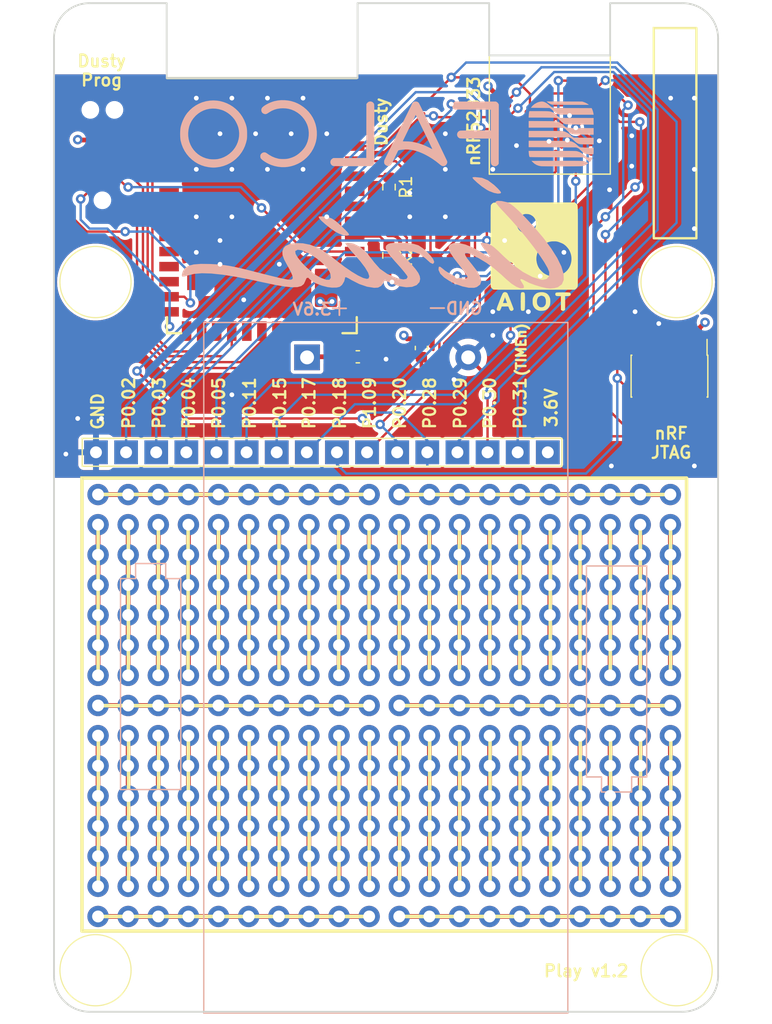
<source format=kicad_pcb>
(kicad_pcb (version 20221018) (generator pcbnew)
  (title_block (title "AIOT Play") (date "2022-10-18") (rev "1.1") (company "INRIA Paris"))
  (layers (0 "F.Cu" signal) (1 "In1.Cu" signal) (2 "In2.Cu" signal) (31 "B.Cu" signal) (34 "B.Paste" user) (35 "F.Paste" user) (36 "B.SilkS" user "B.Silkscreen") (37 "F.SilkS" user "F.Silkscreen") (38 "B.Mask" user) (39 "F.Mask" user) (44 "Edge.Cuts" user))
  (net 0 "")
  (net 1 "GND")
  (net 2 "Net-(J1-SDWIO)")
  (net 3 "Net-(J1-SWDCLK)")
  (net 7 "Net-(J1-nRESET)")
  (net 8 "Net-(J2-IPCS_SSn)")
  (net 9 "Net-(J2-FLASH_P_ENn)")
  (net 10 "Net-(J2-IPCS__SCK)")
  (net 11 "Net-(J2-IPCS__MOSI)")
  (net 12 "Net-(J2-IPCS__MISO)")
  (net 13 "Net-(J2-RESETn)")
  (net 14 "Net-(J2-UARTC0_TX)")
  (net 15 "Net-(J2-UARTC0_RX)")
  (net 16 "Net-(U3-UART_TX_CTSN)")
  (net 17 "Net-(U3-UART_RX_RTSN)")
  (net 18 "Net-(U1-P010)")
  (net 19 "Net-(U1-P009)")
  (net 20 "Net-(U1-P003)")
  (net 21 "P0.31")
  (net 22 "Net-(U1-P002)")
  (net 23 "Net-(U1-P028)")
  (net 24 "Net-(U1-P029)")
  (net 25 "Net-(U1-P030)")
  (net 26 "Net-(U1-P004)")
  (net 27 "Net-(U1-P005)")
  (net 28 "Net-(U1-P109)")
  (net 29 "Net-(U1-P011)")
  (net 33 "Net-(U1-P015)")
  (net 35 "Net-(U1-P017)")
  (net 36 "Net-(U1-P020)")
  (net 65 "VDD")
  (footprint "iot_lib:through-hole_for_testing" (layer "F.Cu") (at 152.85 109.19)
    (fp_text reference "REF**" hide)
    (fp_text value "through-hole_for_testing" hide)
  )
  (footprint "Resistor_SMD:R_0603_1608Metric" (layer "F.Cu") (at 153.25 65.5 -90)
    (fp_text reference "R1")
    (fp_text value "100k")
  )
  (footprint "iot_lib:BC833M" (layer "F.Cu") (at 166.81 62.405)
    (fp_text reference "U1" hide)
    (fp_text value "BC833M" hide)
  )
  (footprint "MountingHole:MountingHole_2.7mm" (layer "F.Cu") (at 177.5 131.5)
    (fp_text reference "REF**" hide)
    (fp_text value "MountingHole_2.7mm")
  )
  (footprint "Capacitor_SMD:C_0603_1608Metric" (layer "F.Cu") (at 150.62 79.8)
    (fp_text reference "C2" hide)
    (fp_text value "1uF" hide)
  )
  (footprint "iot_lib:test_pad" (layer "F.Cu") (at 156.9 71.89)
    (fp_text reference "TP1" hide)
    (fp_text value "TestPoint" hide)
  )
  (footprint "iot_lib:Samtec_Connector_FTSH-105-01-F-DV-K" (layer "F.Cu") (at 176.9 81.43 -90)
    (fp_text reference "J1" hide)
    (fp_text value "10_pin_swd_connector" hide)
  )
  (footprint "iot_lib:16_pin_connector" (layer "F.Cu") (at 147.579944 87.825)
    (fp_text reference "U2" hide)
    (fp_text value "16_pin_header" hide)
  )
  (footprint "Capacitor_SMD:C_0603_1608Metric" (layer "F.Cu") (at 155.98 79.06 -90)
    (fp_text reference "C1" hide)
    (fp_text value "100nF" hide)
  )
  (footprint "Resistor_SMD:R_0603_1608Metric" (layer "F.Cu") (at 153.25 71.25 -90)
    (fp_text reference "R2")
    (fp_text value "100k")
  )
  (footprint "MountingHole:MountingHole_2.7mm" (layer "F.Cu") (at 177.5 73.5)
    (fp_text reference "REF**" hide)
    (fp_text value "MountingHole_2.7mm")
  )
  (footprint "MountingHole:MountingHole_2.7mm" (layer "F.Cu") (at 128.5 131.5)
    (fp_text reference "REF**" hide)
    (fp_text value "MountingHole_2.7mm")
  )
  (footprint "iot_lib:tag-connect_10_pins_no_hooks" (layer "F.Cu") (at 129.08 62.8 90)
    (fp_text reference "J2" hide)
    (fp_text value "Tag-Connect" hide)
  )
  (footprint "iot_lib:dusty_pcb_ant" (layer "F.Cu") (at 142.53 63.91)
    (fp_text reference "U3" hide)
    (fp_text value "ITM-DYPA-B-02" hide)
  )
  (footprint "iot_lib:test_pad" (layer "F.Cu") (at 156.9 75.305)
    (fp_text reference "TP2" hide)
    (fp_text value "TestPoint" hide)
  )
  (footprint "MountingHole:MountingHole_2.7mm" (layer "F.Cu") (at 128.5 73.5)
    (fp_text reference "REF**" hide)
    (fp_text value "MountingHole_2.7mm")
  )
  (footprint "AIOT_logo:falco_logo" (layer "B.Cu") (at 153 61 180)
    (fp_text reference "G***" hide)
    (fp_text value "LOGO" hide)
  )
  (footprint "Battery:BatteryHolder_MPD_BC2AAPC_2xAA" (layer "B.Cu") (at 146.34 79.85 -90)
    (fp_text reference "BT1" hide)
    (fp_text value "Battery_Cell" hide)
  )
  (footprint "AIOT_logo:inria_logo" (layer "B.Cu") (at 152 69 180)
    (fp_text reference "G***" hide)
    (fp_text value "LOGO" hide)
  )
  (gr_curve (pts (xy 167.157876 70.03243) (xy 166.797319 70.03243) (xy 166.485959 70.140647) (xy 166.209926 70.3619)) (stroke (width 0.0675)) (layer "F.SilkS"))
  (gr_curve (pts (xy 162.760787 72.358584) (xy 162.760787 72.486668) (xy 162.766442 72.518777) (xy 162.802576 72.595872)) (stroke (width 0.0675)) (layer "F.SilkS"))
  (gr_curve (pts (xy 165.710433 71.990047) (xy 165.792852 72.251382) (xy 165.916911 72.450294) (xy 166.116177 72.640601)) (stroke (width 0.0675)) (layer "F.SilkS"))
  (gr_curve (pts (xy 165.309104 67.862636) (xy 165.183987 67.779663) (xy 165.06077 67.741309) (xy 164.889154 67.731918)) (stroke (width 0.0675)) (layer "F.SilkS"))
  (gr_line (start 165.045093 69.410339) (end 165.045093 69.410339) (stroke (width 0.0675)) (layer "F.SilkS"))
  (gr_line (start 168.888645 74.112742) (end 165.512866 74.115615) (stroke (width 0.0675)) (layer "F.SilkS"))
  (gr_curve (pts (xy 162.819098 75.286079) (xy 162.81365 75.301088) (xy 162.862899 75.305569) (xy 163.033287 75.305569)) (stroke (width 0.0675)) (layer "F.SilkS"))
  (gr_curve (pts (xy 166.800976 74.911719) (xy 166.831208 75.040538) (xy 166.823054 75.320338) (xy 166.785603 75.43926)) (stroke (width 0.0675)) (layer "F.SilkS"))
  (gr_line (start 166.85 106.87) (end 166.85 93.93) (stroke (width 0.3)) (layer "F.SilkS"))
  (gr_line (start 168.070039 75.802131) (end 168.029671 75.850104) (stroke (width 0.0675)) (layer "F.SilkS"))
  (gr_line (start 133.8 106.89) (end 133.8 93.95) (stroke (width 0.3)) (layer "F.SilkS"))
  (gr_curve (pts (xy 163.344993 75.55861) (xy 163.330324 75.523308) (xy 163.329282 75.523204) (xy 163.032076 75.527425)) (stroke (width 0.0675)) (layer "F.SilkS"))
  (gr_curve (pts (xy 164.456145 75.887649) (xy 164.445244 75.883263) (xy 164.425949 75.859607) (xy 164.413265 75.83508)) (stroke (width 0.0675)) (layer "F.SilkS"))
  (gr_line (start 167.781577 75.822843) (end 167.777137 75.23676) (stroke (width 0.0675)) (layer "F.SilkS"))
  (gr_curve (pts (xy 166.058799 74.389437) (xy 166.461583 74.370941) (xy 166.716099 74.550048) (xy 166.800976 74.911719)) (stroke (width 0.0675)) (layer "F.SilkS"))
  (gr_curve (pts (xy 163.033287 75.305569) (xy 163.162224 75.305569) (xy 163.252381 75.29955) (xy 163.249352 75.291142)) (stroke (width 0.0675)) (layer "F.SilkS"))
  (gr_line (start 161.77 124.75) (end 161.77 111.81) (stroke (width 0.3)) (layer "F.SilkS"))
  (gr_curve (pts (xy 163.719726 75.766839) (xy 163.719726 75.838325) (xy 163.654861 75.898085) (xy 163.577268 75.898085)) (stroke (width 0.0675)) (layer "F.SilkS"))
  (gr_line (start 163.355 75.425) (end 162.705 75.415) (stroke (width 0.23)) (layer "F.SilkS"))
  (gr_line (start 176.99 106.86) (end 176.99 93.92) (stroke (width 0.3)) (layer "F.SilkS"))
  (gr_line (start 165.926067 75.888691) (end 165.926067 75.888691) (stroke (width 0.0675)) (layer "F.SilkS"))
  (gr_line (start 171.91 106.86) (end 171.91 93.92) (stroke (width 0.3)) (layer "F.SilkS"))
  (gr_line (start 163.457784 72.933567) (end 163.457784 72.933567) (stroke (width 0.0675)) (layer "F.SilkS"))
  (gr_curve (pts (xy 168.536223 74.481143) (xy 168.554972 74.514546) (xy 168.555554 74.529888) (xy 168.539538 74.568552)) (stroke (width 0.0675)) (layer "F.SilkS"))
  (gr_curve (pts (xy 163.220023 74.493303) (xy 163.295012 74.640292) (xy 163.719726 75.722714) (xy 163.719726 75.766839)) (stroke (width 0.0675)) (layer "F.SilkS"))
  (gr_curve (pts (xy 163.345506 71.774424) (xy 163.211517 71.773914) (xy 163.187703 71.77847) (xy 163.096026 71.822116)) (stroke (width 0.0675)) (layer "F.SilkS"))
  (gr_curve (pts (xy 163.032912 74.7132) (xy 163.028215 74.713122) (xy 162.979777 74.837599) (xy 162.925272 74.989821)) (stroke (width 0.0675)) (layer "F.SilkS"))
  (gr_curve (pts (xy 161.849309 70.471889) (xy 161.849309 67.211843) (xy 161.850306 67.093916) (xy 161.878365 67.032129)) (stroke (width 0.0675)) (layer "F.SilkS"))
  (gr_line (start 174.44 106.86) (end 174.44 93.92) (stroke (width 0.3)) (layer "F.SilkS"))
  (gr_line (start 164.28 106.85) (end 164.28 93.91) (stroke (width 0.3)) (layer "F.SilkS"))
  (gr_curve (pts (xy 169.12895 73.847669) (xy 169.10424 73.939419) (xy 169.040641 74.023385) (xy 168.959906 74.070849)) (stroke (width 0.0675)) (layer "F.SilkS"))
  (gr_line (start 168.959906 74.070849) (end 168.888645 74.112742) (stroke (width 0.0675)) (layer "F.SilkS"))
  (gr_curve (pts (xy 165.957254 75.640954) (xy 166.040908 75.670284) (xy 166.161787 75.669643) (xy 166.250551 75.6394)) (stroke (width 0.0675)) (layer "F.SilkS"))
  (gr_curve (pts (xy 164.008358 68.405881) (xy 163.97951 68.542676) (xy 163.979421 68.611831) (xy 164.007923 68.74634)) (stroke (width 0.0675)) (layer "F.SilkS"))
  (gr_line (start 167.825326 75.860461) (end 167.781577 75.822843) (stroke (width 0.0675)) (layer "F.SilkS"))
  (gr_line (start 146.52 124.74) (end 146.52 111.8) (stroke (width 0.3)) (layer "F.SilkS"))
  (gr_line (start 149.03 124.74) (end 149.03 111.8) (stroke (width 0.3)) (layer "F.SilkS"))
  (gr_line (start 151.6 109.2) (end 128.76 109.2) (stroke (width 0.3)) (layer "F.SilkS"))
  (gr_line (start 141.45 124.79) (end 141.45 111.85) (stroke (width 0.3)) (layer "F.SilkS"))
  (gr_line (start 168.070039 74.650677) (end 168.070039 75.226404) (stroke (width 0.0675)) (layer "F.SilkS"))
  (gr_curve (pts (xy 162.075015 74.095694) (xy 161.996534 74.066875) (xy 161.915575 73.990488) (xy 161.878248 73.910039)) (stroke (width 0.0675)) (layer "F.SilkS"))
  (gr_line (start 166.250551 75.6394) (end 166.250551 75.6394) (stroke (width 0.0675)) (layer "F.SilkS"))
  (gr_line (start 168.256415 74.650677) (end 168.070039 74.650677) (stroke (width 0.0675)) (layer "F.SilkS"))
  (gr_curve (pts (xy 166.785603 75.43926) (xy 166.749445 75.554081) (xy 166.648483 75.701155) (xy 166.562287 75.764574)) (stroke (width 0.0675)) (layer "F.SilkS"))
  (gr_line (start 138.87 106.89) (end 138.87 93.95) (stroke (width 0.3)) (layer "F.SilkS"))
  (gr_line (start 176.93 109.2) (end 154.12 109.2) (stroke (width 0.3)) (layer "F.SilkS"))
  (gr_line (start 168.4 74.53) (end 167.45 74.53) (stroke (width 0.25)) (layer "F.SilkS"))
  (gr_line (start 163.249352 75.291142) (end 163.249352 75.291142) (stroke (width 0.0675)) (layer "F.SilkS"))
  (gr_curve (pts (xy 164.686462 75.141847) (xy 164.686462 75.798009) (xy 164.681836 75.843243) (xy 164.610845 75.881237)) (stroke (width 0.0675)) (layer "F.SilkS"))
  (gr_curve (pts (xy 164.413265 75.83508) (xy 164.393997 75.79782) (xy 164.390205 75.683817) (xy 164.390205 75.141848)) (stroke (width 0.0675)) (layer "F.SilkS"))
  (gr_curve (pts (xy 168.099645 70.356489) (xy 167.824283 70.13875) (xy 167.5153 70.03243) (xy 167.157876 70.03243)) (stroke (width 0.0675)) (layer "F.SilkS"))
  (gr_curve (pts (xy 168.029671 75.850104) (xy 167.977273 75.912377) (xy 167.890801 75.916759) (xy 167.825326 75.86046)) (stroke (width 0.0675)) (layer "F.SilkS"))
  (gr_curve (pts (xy 164.390205 75.141848) (xy 164.390205 74.459719) (xy 164.393872 74.421083) (xy 164.461069 74.395297)) (stroke (width 0.0675)) (layer "F.SilkS"))
  (gr_curve (pts (xy 163.142803 74.995032) (xy 163.08706 74.840105) (xy 163.037609 74.713281) (xy 163.032912 74.7132)) (stroke (width 0.0675)) (layer "F.SilkS"))
  (gr_line (start 168.070039 75.226404) (end 168.070039 75.802131) (stroke (width 0.0675)) (layer "F.SilkS"))
  (gr_line (start 162.5 75.77) (end 162.98 74.5) (stroke (width 0.23)) (layer "F.SilkS"))
  (gr_line (start 162.40145 75.859812) (end 162.40145 75.859812) (stroke (width 0.0675)) (layer "F.SilkS"))
  (gr_curve (pts (xy 162.40145 75.859812) (xy 162.375133 75.833496) (xy 162.363178 75.80418) (xy 162.363178 75.765968)) (stroke (width 0.0675)) (layer "F.SilkS"))
  (gr_curve (pts (xy 165.512866 74.115615) (xy 162.585101 74.118106) (xy 162.128848 74.115459) (xy 162.075015 74.095694)) (stroke (width 0.0675)) (layer "F.SilkS"))
  (gr_poly (pts (xy 169.05 66.94) (xy 169.11 67.11) (xy 169.14 68.49) (xy 167.17 68.7) (xy 165.69 68.34) (xy 165.45 67.97) (xy 165.07 67.75) (xy 164.69 67.74) (xy 164.16 68.03) (xy 162.98 68.14) (xy 161.84 67.96) (xy 161.85 67.09) (xy 161.97 66.91) (xy 162.21 66.84) (xy 168.84 66.823241)) (stroke (width 0.01)) (fill solid) (layer "F.SilkS"))
  (gr_line (start 128.7 91.4) (end 151.62 91.4) (stroke (width 0.3)) (layer "F.SilkS"))
  (gr_poly (pts (xy 164.201079 67.972497) (xy 163.95 68.57) (xy 164.14669 69.112711) (xy 164.49 69.35) (xy 164.89 69.43) (xy 165.15 69.39) (xy 165.46 69.18) (xy 165.66 68.82) (xy 165.67 68.35) (xy 166.75 68.48) (xy 166.36 69.92) (xy 165.75 71) (xy 165.64 71.47) (xy 165.69 71.84) (xy 163.9 72.01) (xy 163.7 71.9) (xy 163.46 71.76) (xy 163.2 71.77) (xy 162.92 71.95) (xy 161.85 72.01) (xy 161.87 67.94)) (stroke (width 0.01)) (fill solid) (layer "F.SilkS"))
  (gr_line (start 133.82 124.79) (end 133.82 111.85) (stroke (width 0.3)) (layer "F.SilkS"))
  (gr_circle (center 177.5 73.5) (end 180.5 73.5) (stroke (width 0.1)) (fill none) (layer "F.SilkS"))
  (gr_curve (pts (xy 165.721094 75.380058) (xy 165.757045 75.484034) (xy 165.872043 75.611078) (xy 165.957254 75.640954)) (stroke (width 0.0675)) (layer "F.SilkS"))
  (gr_line (start 143.99 124.74) (end 143.99 111.8) (stroke (width 0.3)) (layer "F.SilkS"))
  (gr_line (start 136.33 124.79) (end 136.33 111.85) (stroke (width 0.3)) (layer "F.SilkS"))
  (gr_curve (pts (xy 166.090073 74.619492) (xy 165.923635 74.619492) (xy 165.796679 74.713877) (xy 165.725807 74.890303)) (stroke (width 0.0675)) (layer "F.SilkS"))
  (gr_curve (pts (xy 165.431375 74.830608) (xy 165.53937 74.541041) (xy 165.733752 74.404363) (xy 166.058799 74.389437)) (stroke (width 0.0675)) (layer "F.SilkS"))
  (gr_line (start 164.3 124.75) (end 164.3 111.81) (stroke (width 0.3)) (layer "F.SilkS"))
  (gr_line (start 131.29 124.57) (end 131.29 111.63) (stroke (width 0.3)) (layer "F.SilkS"))
  (gr_curve (pts (xy 164.24853 67.976697) (xy 164.113534 68.110605) (xy 164.04468 68.233647) (xy 164.008358 68.405881)) (stroke (width 0.0675)) (layer "F.SilkS"))
  (gr_line (start 136.31 106.89) (end 136.31 93.95) (stroke (width 0.3)) (layer "F.SilkS"))
  (gr_curve (pts (xy 163.026405 74.385611) (xy 163.120884 74.385611) (xy 163.182593 74.419934) (xy 163.220023 74.493303)) (stroke (width 0.0675)) (layer "F.SilkS"))
  (gr_circle (center 128.5 131.5) (end 131.5 131.5) (stroke (width 0.1)) (fill none) (layer "F.SilkS"))
  (gr_curve (pts (xy 166.562287 75.764574) (xy 166.435252 75.858041) (xy 166.340194 75.886418) (xy 166.136566 75.891661)) (stroke (width 0.0675)) (layer "F.SilkS"))
  (gr_curve (pts (xy 164.007923 68.74634) (xy 164.076824 69.071529) (xy 164.306309 69.316818) (xy 164.624095 69.404944)) (stroke (width 0.0675)) (layer "F.SilkS"))
  (gr_curve (pts (xy 166.489967 75.379163) (xy 166.532514 75.256165) (xy 166.528389 74.999349) (xy 166.48198 74.881808)) (stroke (width 0.0675)) (layer "F.SilkS"))
  (gr_curve (pts (xy 169.061913 66.956686) (xy 169.150691 67.073079) (xy 169.145929 66.873698) (xy 169.145835 70.47047)) (stroke (width 0.0675)) (layer "F.SilkS"))
  (gr_curve (pts (xy 162.802576 72.595872) (xy 162.922477 72.85169) (xy 163.191119 72.990148) (xy 163.457784 72.933567)) (stroke (width 0.0675)) (layer "F.SilkS"))
  (gr_line (start 177.01 124.76) (end 177.01 111.82) (stroke (width 0.3)) (layer "F.SilkS"))
  (gr_line (start 159.19 106.85) (end 159.19 93.91) (stroke (width 0.3)) (layer "F.SilkS"))
  (gr_line (start 164.53 75.78) (end 164.54 74.51) (stroke (width 0.25)) (layer "F.SilkS"))
  (gr_curve (pts (xy 162.363178 75.765968) (xy 162.363178 75.731049) (xy 162.452744 75.483067) (xy 162.60419 75.09868)) (stroke (width 0.0675)) (layer "F.SilkS"))
  (gr_curve (pts (xy 167.904034 74.404911) (xy 168.477118 74.400518) (xy 168.491975 74.40231) (xy 168.536223 74.481143)) (stroke (width 0.0675)) (layer "F.SilkS"))
  (gr_line (start 171.93 124.76) (end 171.93 111.82) (stroke (width 0.3)) (layer "F.SilkS"))
  (gr_curve (pts (xy 163.457784 72.933567) (xy 163.76852 72.867636) (xy 163.976788 72.565997) (xy 163.921876 72.261415)) (stroke (width 0.0675)) (layer "F.SilkS"))
  (gr_curve (pts (xy 169.145835 70.47047) (xy 169.145772 72.789652) (xy 169.140702 73.804033) (xy 169.12895 73.847669)) (stroke (width 0.0675)) (layer "F.SilkS"))
  (gr_line (start 154.15 91.41) (end 177.07 91.41) (stroke (width 0.3)) (layer "F.SilkS"))
  (gr_line (start 167.915 75.785) (end 167.925 74.515) (stroke (width 0.25)) (layer "F.SilkS"))
  (gr_curve (pts (xy 167.34709 74.61836) (xy 167.293881 74.576506) (xy 167.289582 74.483273) (xy 167.338806 74.438697)) (stroke (width 0.0675)) (layer "F.SilkS"))
  (gr_curve (pts (xy 164.889154 67.731918) (xy 164.625009 67.717463) (xy 164.437729 67.789022) (xy 164.24853 67.976697)) (stroke (width 0.0675)) (layer "F.SilkS"))
  (gr_rect (start 127.36 90.02) (end 178.34 128.2) (stroke (width 0.3)) (fill none) (layer "F.SilkS"))
  (gr_line (start 166.87 124.77) (end 166.87 111.83) (stroke (width 0.3)) (layer "F.SilkS"))
  (gr_curve (pts (xy 165.431802 75.448374) (xy 165.401143 75.359659) (xy 165.395979 75.313918) (xy 165.396316 75.134051)) (stroke (width 0.0675)) (layer "F.SilkS"))
  (gr_line (start 141.43 106.89) (end 141.43 93.95) (stroke (width 0.3)) (layer "F.SilkS"))
  (gr_curve (pts (xy 161.878248 73.910039) (xy 161.850339 73.849889) (xy 161.849309 73.727517) (xy 161.849309 70.471889)) (stroke (width 0.0675)) (layer "F.SilkS"))
  (gr_line (start 163.032076 75.527425) (end 162.733878 75.531661) (stroke (width 0.0675)) (layer "F.SilkS"))
  (gr_poly (pts (xy 165.74 75.44) (xy 165.91 75.63) (xy 166.07 75.65) (xy 166.18 75.64) (xy 166.21 75.89) (xy 165.98 75.91) (xy 165.66 75.78) (xy 165.51 75.58) (xy 165.51 75.59) (xy 165.49 75.57) (xy 165.66 75.34)) (stroke (width 0.01)) (fill solid) (layer "F.SilkS"))
  (gr_curve (pts (xy 163.581327 71.817506) (xy 163.505084 71.780536) (xy 163.474295 71.774911) (xy 163.345506 71.774424)) (stroke (width 0.0675)) (layer "F.SilkS"))
  (gr_curve (pts (xy 162.674453 75.685049) (xy 162.641769 75.769413) (xy 162.602882 75.851858) (xy 162.588037 75.868261)) (stroke (width 0.0675)) (layer "F.SilkS"))
  (gr_curve (pts (xy 166.136566 75.891661) (xy 166.037944 75.894201) (xy 165.943219 75.892861) (xy 165.926067 75.888691)) (stroke (width 0.0675)) (layer "F.SilkS"))
  (gr_curve (pts (xy 165.438028 69.189242) (xy 165.830331 68.801516) (xy 165.768708 68.167427) (xy 165.309104 67.862636)) (stroke (width 0.0675)) (layer "F.SilkS"))
  (gr_curve (pts (xy 168.539538 74.568552) (xy 168.511079 74.63726) (xy 168.464823 74.650677) (xy 168.256415 74.650677)) (stroke (width 0.0675)) (layer "F.SilkS"))
  (gr_curve (pts (xy 167.338806 74.438697) (xy 167.369514 74.410887) (xy 167.405548 74.408733) (xy 167.904034 74.404911)) (stroke (width 0.0675)) (layer "F.SilkS"))
  (gr_line (start 167.825326 75.86046) (end 167.825326 75.86046) (stroke (width 0.0675)) (layer "F.SilkS"))
  (gr_curve (pts (xy 162.809038 72.109103) (xy 162.765596 72.200352) (xy 162.760787 72.22522) (xy 162.760787 72.358584)) (stroke (width 0.0675)) (layer "F.SilkS"))
  (gr_curve (pts (xy 162.60419 75.09868) (xy 162.81355 74.5673) (xy 162.852428 74.480307) (xy 162.900219 74.436287)) (stroke (width 0.0675)) (layer "F.SilkS"))
  (gr_curve (pts (xy 162.588037 75.868261) (xy 162.547743 75.912786) (xy 162.449997 75.90836) (xy 162.40145 75.859812)) (stroke (width 0.0675)) (layer "F.SilkS"))
  (gr_curve (pts (xy 162.925272 74.989821) (xy 162.870767 75.142043) (xy 162.822989 75.275359) (xy 162.819098 75.286079)) (stroke (width 0.0675)) (layer "F.SilkS"))
  (gr_curve (pts (xy 162.900219 74.436287) (xy 162.945529 74.394551) (xy 162.967791 74.385611) (xy 163.026405 74.385611)) (stroke (width 0.0675)) (layer "F.SilkS"))
  (gr_line (start 162.075015 74.095694) (end 162.075015 74.095694) (stroke (width 0.0675)) (layer "F.SilkS"))
  (gr_line (start 174.46 124.76) (end 174.46 111.82) (stroke (width 0.3)) (layer "F.SilkS"))
  (gr_curve (pts (xy 163.249352 75.291143) (xy 163.246493 75.283208) (xy 163.198547 75.149958) (xy 163.142803 74.995032)) (stroke (width 0.0675)) (layer "F.SilkS"))
  (gr_curve (pts (xy 165.926067 75.888684) (xy 165.682362 75.829388) (xy 165.510593 75.676368) (xy 165.431802 75.448374)) (stroke (width 0.0675)) (layer "F.SilkS"))
  (gr_curve (pts (xy 165.04509 69.410339) (xy 165.177398 69.380002) (xy 165.3344 69.291661) (xy 165.438028 69.189242)) (stroke (width 0.0675)) (layer "F.SilkS"))
  (gr_line (start 164.456145 75.887648) (end 164.456145 75.887648) (stroke (width 0.0675)) (layer "F.SilkS"))
  (gr_curve (pts (xy 164.610845 74.402458) (xy 164.681836 74.440451) (xy 164.686462 74.485685) (xy 164.686462 75.141847)) (stroke (width 0.0675)) (layer "F.SilkS"))
  (gr_line (start 162.733878 75.531661) (end 162.674453 75.685049) (stroke (width 0.0675)) (layer "F.SilkS"))
  (gr_line (start 167.777137 75.23676) (end 167.772697 74.650677) (stroke (width 0.0675)) (layer "F.SilkS"))
  (gr_curve (pts (xy 168.940594 66.863834) (xy 168.985397 66.88616) (xy 169.03999 66.927944) (xy 169.061913 66.956686)) (stroke (width 0.0675)) (layer "F.SilkS"))
  (gr_line (start 143.97 106.84) (end 143.97 93.9) (stroke (width 0.3)) (layer "F.SilkS"))
  (gr_line (start 154.11 126.97) (end 177.03 126.97) (stroke (width 0.3)) (layer "F.SilkS"))
  (gr_curve (pts (xy 164.461069 74.395297) (xy 164.500305 74.380241) (xy 164.576103 74.383865) (xy 164.610845 74.402458)) (stroke (width 0.0675)) (layer "F.SilkS"))
  (gr_curve (pts (xy 163.409675 75.717366) (xy 163.382195 75.649532) (xy 163.353088 75.578092) (xy 163.344993 75.55861)) (stroke (width 0.0675)) (layer "F.SilkS"))
  (gr_poly (pts (xy 169.15 73.77) (xy 169.03 74.01) (xy 168.888645 74.112742) (xy 165.512866 74.115615) (xy 162.14 74.11) (xy 161.92 73.98) (xy 161.85 73.75) (xy 161.86 71.88) (xy 162.96 71.92) (xy 162.82 72.09) (xy 162.76 72.39) (xy 162.86 72.71) (xy 163.09 72.91) (xy 163.52 72.93) (xy 163.71 72.82) (xy 163.88 72.57) (xy 163.93 72.29) (xy 163.75 71.92) (xy 165.66 71.81) (xy 165.82 72.29) (xy 166.33 72.82) (xy 166.67 73) (xy 167.18 73.08) (xy 167.72 72.96) (xy 168.32 72.54) (xy 168.51 72.25) (xy 168.65 71.9) (xy 168.66 71.26) (xy 168.47 70.78) (xy 168.07 70.32) (xy 167.39 70.05) (xy 166.74 70.07) (xy 166.27 70.33) (xy 165.85 70.75) (xy 166.75 68.48) (xy 169.14 68.46)) (stroke (width 0.01)) (fill solid) (layer "F.SilkS"))
  (gr_poly (pts (xy 166.56 74.53) (xy 166.78 74.85) (xy 166.83 75.12) (xy 166.76 75.52) (xy 166.68 75.67) (xy 166.38 75.88) (xy 166.16 75.89) (xy 166.15 75.66) (xy 166.35 75.6) (xy 166.49 75.36) (xy 166.5 75.03) (xy 166.38 74.72) (xy 166.090073 74.619492) (xy 165.82 74.76) (xy 165.68 75.1) (xy 165.721094 75.380058) (xy 165.52 75.63) (xy 165.4 75.3) (xy 165.431375 74.78) (xy 165.73 74.47) (xy 166.18 74.38)) (stroke (width 0.01)) (fill solid) (layer "F.SilkS"))
  (gr_curve (pts (xy 162.059123 66.853186) (xy 162.119516 66.824853) (xy 162.228284 66.823914) (xy 165.490314 66.823583)) (stroke (width 0.0675)) (layer "F.SilkS"))
  (gr_line (start 156.66 106.86) (end 156.66 93.92) (stroke (width 0.3)) (layer "F.SilkS"))
  (gr_curve (pts (xy 166.48198 74.881808) (xy 166.415262 74.712833) (xy 166.275807 74.619492) (xy 166.090073 74.619492)) (stroke (width 0.0675)) (layer "F.SilkS"))
  (gr_line (start 167.419759 73.036978) (end 167.419759 73.036978) (stroke (width 0.0675)) (layer "F.SilkS"))
  (gr_curve (pts (xy 165.725807 74.890303) (xy 165.682087 74.999136) (xy 165.679576 75.259986) (xy 165.721094 75.380058)) (stroke (width 0.0675)) (layer "F.SilkS"))
  (gr_line (start 156.68 124.76) (end 156.68 111.82) (stroke (width 0.3)) (layer "F.SilkS"))
  (gr_line (start 131.27 106.67) (end 131.27 93.73) (stroke (width 0.3)) (layer "F.SilkS"))
  (gr_line (start 128.74 124.62) (end 128.74 111.68) (stroke (width 0.3)) (layer "F.SilkS"))
  (gr_line (start 161.75 106.85) (end 161.75 93.91) (stroke (width 0.3)) (layer "F.SilkS"))
  (gr_curve (pts (xy 166.116177 72.640601) (xy 166.465948 72.974646) (xy 166.943869 73.119966) (xy 167.419759 73.036978)) (stroke (width 0.0675)) (layer "F.SilkS"))
  (gr_curve (pts (xy 165.396316 75.134051) (xy 165.396646 74.955407) (xy 165.401956 74.909487) (xy 165.431375 74.830608)) (stroke (width 0.0675)) (layer "F.SilkS"))
  (gr_line (start 168.859134 66.823241) (end 168.940594 66.863834) (stroke (width 0.0675)) (layer "F.SilkS"))
  (gr_line (start 163.59 75.78) (end 163.075 74.49) (stroke (width 0.23)) (layer "F.SilkS"))
  (gr_line (start 146.5 106.84) (end 146.5 93.9) (stroke (width 0.3)) (layer "F.SilkS"))
  (gr_curve (pts (xy 164.610845 75.881237) (xy 164.578724 75.898427) (xy 164.49188 75.902026) (xy 164.456145 75.887648)) (stroke (width 0.0675)) (layer "F.SilkS"))
  (gr_curve (pts (xy 163.577268 75.898085) (xy 163.498186 75.898085) (xy 163.471018 75.868789) (xy 163.409675 75.717366)) (stroke (width 0.0675)) (layer "F.SilkS"))
  (gr_curve (pts (xy 167.580435 74.650677) (xy 167.40954 74.650677) (xy 167.383609 74.647086) (xy 167.34709 74.61836)) (stroke (width 0.0675)) (layer "F.SilkS"))
  (gr_line (start 159.21 124.75) (end 159.21 111.81) (stroke (width 0.3)) (layer "F.SilkS"))
  (gr_line (start 169.38 124.77) (end 169.38 111.83) (stroke (width 0.3)) (layer "F.SilkS"))
  (gr_line (start 169.36 106.87) (end 169.36 93.93) (stroke (width 0.3)) (layer "F.SilkS"))
  (gr_curve (pts (xy 163.096026 71.822116) (xy 162.967216 71.88344) (xy 162.870363 71.980293) (xy 162.809038 72.109103)) (stroke (width 0.0675)) (layer "F.SilkS"))
  (gr_curve (pts (xy 166.209926 70.3619) (xy 165.727192 70.748834) (xy 165.525907 71.404942) (xy 165.710433 71.990047)) (stroke (width 0.0675)) (layer "F.SilkS"))
  (gr_line (start 165.490314 66.823583) (end 168.859134 66.823241) (stroke (width 0.0675)) (layer "F.SilkS"))
  (gr_curve (pts (xy 163.921876 72.261415) (xy 163.886352 72.064374) (xy 163.765464 71.906795) (xy 163.581327 71.817506)) (stroke (width 0.0675)) (layer "F.SilkS"))
  (gr_line (start 154.12 106.86) (end 154.12 93.92) (stroke (width 0.3)) (layer "F.SilkS"))
  (gr_curve (pts (xy 166.250549 75.639398) (xy 166.343804 75.607623) (xy 166.451392 75.490681) (xy 166.489967 75.379163)) (stroke (width 0.0675)) (layer "F.SilkS"))
  (gr_line (start 151.59 124.74) (end 151.59 111.8) (stroke (width 0.3)) (layer "F.SilkS"))
  (gr_curve (pts (xy 168.391885 72.426435) (xy 168.859016 71.772126) (xy 168.729465 70.854512) (xy 168.099645 70.356489)) (stroke (width 0.0675)) (layer "F.SilkS"))
  (gr_line (start 128.74 126.97) (end 151.66 126.97) (stroke (width 0.3)) (layer "F.SilkS"))
  (gr_curve (pts (xy 164.624095 69.404944) (xy 164.710653 69.428948) (xy 164.95053 69.432022) (xy 165.045093 69.410339)) (stroke (width 0.0675)) (layer "F.SilkS"))
  (gr_line (start 149.01 106.84) (end 149.01 93.9) (stroke (width 0.3)) (layer "F.SilkS"))
  (gr_curve (pts (xy 161.878365 67.032129) (xy 161.913898 66.953887) (xy 161.976433 66.89198) (xy 162.059123 66.853186)) (stroke (width 0.0675)) (layer "F.SilkS"))
  (gr_line (start 138.89 124.79) (end 138.89 111.85) (stroke (width 0.3)) (layer "F.SilkS"))
  (gr_circle (center 128.5 73.5) (end 131.5 73.5) (stroke (width 0.1)) (fill none) (layer "F.SilkS"))
  (gr_rect (start 175.58 52.095) (end 179.17 69.81) (stroke (width 0.2)) (fill none) (layer "F.SilkS"))
  (gr_line (start 154.14 124.76) (end 154.14 111.82) (stroke (width 0.3)) (layer "F.SilkS"))
  (gr_curve (pts (xy 167.419759 73.036978) (xy 167.79891 72.97086) (xy 168.169263 72.73826) (xy 168.391885 72.426435)) (stroke (width 0.0675)) (layer "F.SilkS"))
  (gr_line (start 128.72 106.72) (end 128.72 93.78) (stroke (width 0.3)) (layer "F.SilkS"))
  (gr_line (start 167.772697 74.650677) (end 167.580435 74.650677) (stroke (width 0.0675)) (layer "F.SilkS"))
  (gr_line (start 151.57 106.84) (end 151.57 93.9) (stroke (width 0.3)) (layer "F.SilkS"))
  (gr_circle (center 177.5 131.5) (end 180.5 131.5) (stroke (width 0.1)) (fill none) (layer "F.SilkS"))
  (gr_line (start 128 50) (end 134.5 50) (stroke (width 0.15)) (layer "Edge.Cuts"))
  (gr_line (start 150.6 50) (end 150.6 56.3) (stroke (width 0.15)) (layer "Edge.Cuts"))
  (gr_arc (start 128 135) (mid 125.87868 134.12132) (end 125 132) (stroke (width 0.15)) (layer "Edge.Cuts"))
  (gr_line (start 161.7 50) (end 161.7 54.4) (stroke (width 0.15)) (layer "Edge.Cuts"))
  (gr_arc (start 181 132) (mid 180.12132 134.12132) (end 178 135) (stroke (width 0.15)) (layer "Edge.Cuts"))
  (gr_arc (start 125 53) (mid 125.868688 50.868688) (end 128 50) (stroke (width 0.15)) (layer "Edge.Cuts"))
  (gr_line (start 171.9 50) (end 178 50) (stroke (width 0.15)) (layer "Edge.Cuts"))
  (gr_line (start 181 53) (end 181 132) (stroke (width 0.15)) (layer "Edge.Cuts"))
  (gr_line (start 134.5 56.3) (end 134.5 50) (stroke (width 0.15)) (layer "Edge.Cuts"))
  (gr_line (start 125 53) (end 125 132) (stroke (width 0.15)) (layer "Edge.Cuts"))
  (gr_line (start 150.6 50) (end 161.7 50) (stroke (width 0.15)) (layer "Edge.Cuts"))
  (gr_arc (start 178 50) (mid 180.131312 50.868688) (end 181 53) (stroke (width 0.15)) (layer "Edge.Cuts"))
  (gr_line (start 134.5 56.3) (end 150.6 56.3) (stroke (width 0.15)) (layer "Edge.Cuts"))
  (gr_line (start 128 135) (end 178 135) (stroke (width 0.15)) (layer "Edge.Cuts"))
  (gr_line (start 171.9 50) (end 171.9 54.4) (stroke (width 0.15)) (layer "Edge.Cuts"))
  (gr_line (start 171.9 54.4) (end 161.7 54.4) (stroke (width 0.15)) (layer "Edge.Cuts"))
  (gr_text "3.6V" (at 146.76 75.79) (layer "B.SilkS") (effects (font (size 1 1) (thickness 0.2)) (justify mirror)))
  (gr_text "GND" (at 159.59 75.73) (layer "B.SilkS") (effects (font (size 1 1) (thickness 0.2)) (justify mirror)))
  (gr_text "Dusty" (at 152.6 60 90) (layer "F.SilkS") (effects (font (size 1 1) (thickness 0.2))))
  (gr_text "nRF\nJTAG" (at 177.04 87.06) (layer "F.SilkS") (effects (font (size 1 1) (thickness 0.2))))
  (gr_text "P1.09" (at 151.61 83.71 90) (layer "F.SilkS") (effects (font (size 1 1) (thickness 0.2))))
  (gr_text "Play v1.2\n" (at 169.88 131.56) (layer "F.SilkS") (effects (font (size 1 1) (thickness 0.2))))
  (gr_text "P0.03" (at 133.87 83.69 90) (layer "F.SilkS") (effects (font (size 1 1) (thickness 0.2))))
  (gr_text "P0.18" (at 149.09 83.71 90) (layer "F.SilkS") (effects (font (size 1 1) (thickness 0.2))))
  (gr_text "P0.11" (at 141.49 83.71 90) (layer "F.SilkS") (effects (font (size 1 1) (thickness 0.2))))
  (gr_text "P0.20" (at 154.15 83.71 90) (layer "F.SilkS") (effects (font (size 1 1) (thickness 0.2))))
  (gr_text "nRF52833" (at 160.4 59.95 90) (layer "F.SilkS") (effects (font (size 1 1) (thickness 0.2))))
  (gr_text "Dusty\nProg" (at 129.02 55.68) (layer "F.SilkS") (effects (font (size 1 1) (thickness 0.2))))
  (gr_text "P0.04" (at 136.36 83.71 90) (layer "F.SilkS") (effects (font (size 1 1) (thickness 0.2))))
  (gr_text "P0.02" (at 131.31 83.7 90) (layer "F.SilkS") (effects (font (size 1 1) (thickness 0.2))))
  (gr_text "P0.29" (at 159.26 83.71 90) (layer "F.SilkS") (effects (font (size 1 1) (thickness 0.2))))
  (gr_text "3.6V" (at 166.93 84.09 90) (layer "F.SilkS") (effects (font (size 1 1) (thickness 0.2))))
  (gr_text "P0.30" (at 161.75 83.71 90) (layer "F.SilkS") (effects (font (size 1 1) (thickness 0.2))))
  (gr_text "P0.31" (at 164.31 83.71 90) (layer "F.SilkS") (effects (font (size 1 1) (thickness 0.2))))
  (gr_text "P0.05" (at 138.89 83.71 90) (layer "F.SilkS") (effects (font (size 1 1) (thickness 0.2))))
  (gr_text "(TIMEn)" (at 164.4 79.2 90) (layer "F.SilkS") (effects (font (size 0.8 0.8) (thickness 0.2))))
  (gr_text "P0.28" (at 156.68 83.71 90) (layer "F.SilkS") (effects (font (size 1 1) (thickness 0.2))))
  (gr_text "GND" (at 128.68 84.4 90) (layer "F.SilkS") (effects (font (size 1 1) (thickness 0.2))))
  (gr_text "P0.15" (at 144.04 83.71 90) (layer "F.SilkS") (effects (font (size 1 1) (thickness 0.2))))
  (gr_text "P0.17" (at 146.51 83.71 90) (layer "F.SilkS") (effects (font (size 1 1) (thickness 0.2))))
  (segment (start 176.975 99.03) (end 176.975 96.49) (width 0.4) (layer "F.Cu") (net 0))
  (segment (start 128.715 93.95) (end 128.715 96.49) (width 0.4) (layer "F.Cu") (net 0))
  (segment (start 164.275 101.57) (end 164.275 99.03) (width 0.4) (layer "F.Cu") (net 0))
  (segment (start 159.195 104.11) (end 159.195 106.65) (width 0.4) (layer "F.Cu") (net 0))
  (segment (start 128.715 116.81) (end 128.715 114.27) (width 0.4) (layer "F.Cu") (net 0))
  (segment (start 136.335 101.57) (end 136.335 99.03) (width 0.4) (layer "F.Cu") (net 0))
  (segment (start 156.655 106.65) (end 156.655 104.11) (width 0.4) (layer "F.Cu") (net 0))
  (segment (start 136.335 116.81) (end 136.335 124.43) (width 0.4) (layer "F.Cu") (net 0))
  (segment (start 133.795 96.49) (end 133.795 99.03) (width 0.4) (layer "F.Cu") (net 0))
  (segment (start 174.435 99.03) (end 174.435 96.49) (width 0.4) (layer "F.Cu") (net 0))
  (segment (start 141.415 116.81) (end 141.415 124.43) (width 0.4) (layer "F.Cu") (net 0))
  (segment (start 136.335 99.03) (end 136.335 96.49) (width 0.4) (layer "F.Cu") (net 0))
  (segment (start 154.115 96.49) (end 154.115 93.95) (width 0.4) (layer "F.Cu") (net 0))
  (segment (start 146.495 114.27) (end 146.495 116.81) (width 0.4) (layer "F.Cu") (net 0))
  (segment (start 141.415 114.27) (end 141.415 116.81) (width 0.4) (layer "F.Cu") (net 0))
  (segment (start 176.975 96.49) (end 176.975 93.95) (width 0.4) (layer "F.Cu") (net 0))
  (segment (start 154.115 114.27) (end 154.115 111.73) (width 0.4) (layer "F.Cu") (net 0))
  (segment (start 154.115 126.97) (end 156.655 126.97) (width 0.4) (layer "F.Cu") (net 0))
  (segment (start 171.895 96.49) (end 171.895 99.03) (width 0.4) (layer "F.Cu") (net 0))
  (segment (start 141.415 126.97) (end 143.955 126.97) (width 0.4) (layer "F.Cu") (net 0))
  (segment (start 143.955 124.43) (end 143.955 116.81) (width 0.4) (layer "F.Cu") (net 0))
  (segment (start 143.955 93.95) (end 143.955 96.49) (width 0.4) (layer "F.Cu") (net 0))
  (segment (start 146.495 96.49) (end 146.495 99.03) (width 0.4) (layer "F.Cu") (net 0))
  (segment (start 161.735 99.03) (end 161.735 96.49) (width 0.4) (layer "F.Cu") (net 0))
  (segment (start 156.655 111.73) (end 156.655 114.27) (width 0.4) (layer "F.Cu") (net 0))
  (segment (start 138.875 104.11) (end 138.875 101.57) (width 0.4) (layer "F.Cu") (net 0))
  (segment (start 174.435 104.11) (end 174.435 106.65) (width 0.4) (layer "F.Cu") (net 0))
  (segment (start 161.735 93.95) (end 161.735 96.49) (width 0.4) (layer "F.Cu") (net 0))
  (segment (start 149.035 114.27) (end 149.035 111.73) (width 0.4) (layer "F.Cu") (net 0))
  (segment (start 171.895 106.65) (end 171.895 104.11) (width 0.4) (layer "F.Cu") (net 0))
  (segment (start 151.575 101.57) (end 151.575 99.03) (width 0.4) (layer "F.Cu") (net 0))
  (segment (start 161.735 106.65) (end 161.735 104.11) (width 0.4) (layer "F.Cu") (net 0))
  (segment (start 156.655 101.57) (end 156.655 104.11) (width 0.4) (layer "F.Cu") (net 0))
  (segment (start 176.975 101.57) (end 176.975 99.03) (width 0.4) (layer "F.Cu") (net 0))
  (segment (start 151.575 106.65) (end 151.575 104.11) (width 0.4) (layer "F.Cu") (net 0))
  (segment (start 161.735 126.97) (end 164.275 126.97) (width 0.4) (layer "F.Cu") (net 0))
  (segment (start 154.115 91.41) (end 156.655 91.41) (width 0.4) (layer "F.Cu") (net 0))
  (segment (start 138.875 126.97) (end 141.415 126.97) (width 0.4) (layer "F.Cu") (net 0))
  (segment (start 166.815 111.73) (end 166.815 114.27) (width 0.4) (layer "F.Cu") (net 0))
  (segment (start 131.255 106.65) (end 131.255 104.11) (width 0.4) (layer "F.Cu") (net 0))
  (segment (start 174.435 104.11) (end 174.435 101.57) (width 0.4) (layer "F.Cu") (net 0))
  (segment (start 146.495 116.81) (end 146.495 124.43) (width 0.4) (layer "F.Cu") (net 0))
  (segment (start 131.255 101.57) (end 131.255 99.03) (width 0.4) (layer "F.Cu") (net 0))
  (segment (start 141.415 101.57) (end 141.415 104.11) (width 0.4) (layer "F.Cu") (net 0))
  (segment (start 166.815 96.49) (end 166.815 99.03) (width 0.4) (layer "F.Cu") (net 0))
  (segment (start 166.815 91.41) (end 169.355 91.41) (width 0.4) (layer "F.Cu") (net 0))
  (segment (start 169.355 109.19) (end 166.815 109.19) (width 0.4) (layer "F.Cu") (net 0))
  (segment (start 174.435 96.49) (end 174.435 93.95) (width 0.4) (layer "F.Cu") (net 0))
  (segment (start 138.875 101.57) (end 138.875 99.03) (width 0.4) (layer "F.Cu") (net 0))
  (segment (start 136.335 96.49) (end 136.335 93.95) (width 0.4) (layer "F.Cu") (net 0))
  (segment (start 151.575 99.03) (end 151.575 96.49) (width 0.4) (layer "F.Cu") (net 0))
  (segment (start 159.195 109.19) (end 156.655 109.19) (width 0.4) (layer "F.Cu") (net 0))
  (segment (start 159.195 99.03) (end 159.195 101.57) (width 0.4) (layer "F.Cu") (net 0))
  (segment (start 128.715 104.11) (end 128.715 101.57) (width 0.4) (layer "F.Cu") (net 0))
  (segment (start 154.115 109.19) (end 156.655 109.19) (width 0.4) (layer "F.Cu") (net 0))
  (segment (start 154.115 99.03) (end 154.115 96.49) (width 0.4) (layer "F.Cu") (net 0))
  (segment (start 149.035 96.49) (end 149.035 99.03) (width 0.4) (layer "F.Cu") (net 0))
  (segment (start 141.415 93.95) (end 141.415 96.49) (width 0.4) (layer "F.Cu") (net 0))
  (segment (start 151.575 101.57) (end 151.575 104.11) (width 0.4) (layer "F.Cu") (net 0))
  (segment (start 161.735 116.81) (end 161.735 124.43) (width 0.4) (layer "F.Cu") (net 0))
  (segment (start 166.815 93.95) (end 166.815 96.49) (width 0.4) (layer "F.Cu") (net 0))
  (segment (start 131.255 116.81) (end 131.255 114.27) (width 0.4) (layer "F.Cu") (net 0))
  (segment (start 169.355 124.43) (end 169.355 116.81) (width 0.4) (layer "F.Cu") (net 0))
  (segment (start 161.735 114.27) (end 161.735 116.81) (width 0.4) (layer "F.Cu") (net 0))
  (segment (start 164.275 104.11) (end 164.275 101.57) (width 0.4) (layer "F.Cu") (net 0))
  (segment (start 143.955 116.81) (end 143.955 114.27) (width 0.4) (layer "F.Cu") (net 0))
  (segment (start 133.795 116.81) (end 133.795 114.27) (width 0.4) (layer "F.Cu") (net 0))
  (segment (start 131.255 101.57) (end 131.255 104.11) (width 0.4) (layer "F.Cu") (net 0))
  (segment (start 146.495 91.41) (end 149.035 91.41) (width 0.4) (layer "F.Cu") (net 0))
  (segment (start 156.655 99.03) (end 156.655 96.49) (width 0.4) (layer "F.Cu") (net 0))
  (segment (start 171.895 124.43) (end 171.895 116.81) (width 0.4) (layer "F.Cu") (net 0))
  (segment (start 149.035 124.43) (end 149.035 116.81) (width 0.4) (layer "F.Cu") (net 0))
  (segment (start 133.795 124.43) (end 133.795 116.81) (width 0.4) (layer "F.Cu") (net 0))
  (segment (start 146.495 101.57) (end 146.495 104.11) (width 0.4) (layer "F.Cu") (net 0))
  (segment (start 171.895 91.41) (end 174.435 91.41) (width 0.4) (layer "F.Cu") (net 0))
  (segment (start 169.355 109.19) (end 176.975 109.19) (width 0.4) (layer "F.Cu") (net 0))
  (segment (start 164.275 126.97) (end 166.815 126.97) (width 0.4) (layer "F.Cu") (net 0))
  (segment (start 143.955 104.11) (end 143.955 101.57) (width 0.4) (layer "F.Cu") (net 0))
  (segment (start 159.195 124.43) (end 159.195 116.81) (width 0.4) (layer "F.Cu") (net 0))
  (segment (start 151.575 93.95) (end 151.575 96.49) (width 0.4) (layer "F.Cu") (net 0))
  (segment (start 156.655 126.97) (end 159.195 126.97) (width 0.4) (layer "F.Cu") (net 0))
  (segment (start 159.195 109.19) (end 166.815 109.19) (width 0.4) (layer "F.Cu") (net 0))
  (segment (start 154.115 116.81) (end 154.115 114.27) (width 0.4) (layer "F.Cu") (net 0))
  (segment (start 146.495 109.19) (end 149.035 109.19) (width 0.4) (layer "F.Cu") (net 0))
  (segment (start 161.735 101.57) (end 161.735 104.11) (width 0.4) (layer "F.Cu") (net 0))
  (segment (start 149.035 126.97) (end 151.575 126.97) (width 0.4) (layer "F.Cu") (net 0))
  (segment (start 156.655 101.57) (end 156.655 99.03) (width 0.4) (layer "F.Cu") (net 0))
  (segment (start 159.195 91.41) (end 156.655 91.41) (width 0.4) (layer "F.Cu") (net 0))
  (segment (start 154.115 101.57) (end 154.115 99.03) (width 0.4) (layer "F.Cu") (net 0))
  (segment (start 176.975 101.57) (end 176.975 104.11) (width 0.4) (layer "F.Cu") (net 0))
  (segment (start 133.795 91.41) (end 136.335 91.41) (width 0.4) (layer "F.Cu") (net 0))
  (segment (start 174.435 116.81) (end 174.435 114.27) (width 0.4) (layer "F.Cu") (net 0))
  (segment (start 154.115 104.11) (end 154.115 106.65) (width 0.4) (layer "F.Cu") (net 0))
  (segment (start 149.035 104.11) (end 149.035 106.65) (width 0.4) (layer "F.Cu") (net 0))
  (segment (start 159.195 116.81) (end 159.195 114.27) (width 0.4) (layer "F.Cu") (net 0))
  (segment (start 128.715 99.03) (end 128.715 96.49) (width 0.4) (layer "F.Cu") (net 0))
  (segment (start 169.355 101.57) (end 169.355 99.03) (width 0.4) (layer "F.Cu") (net 0))
  (segment (start 138.875 116.81) (end 138.875 114.27) (width 0.4) (layer "F.Cu") (net 0))
  (segment (start 164.275 99.03) (end 164.275 96.49) (width 0.4) (layer "F.Cu") (net 0))
  (segment (start 128.715 104.11) (end 128.715 106.65) (width 0.4) (layer "F.Cu") (net 0))
  (segment (start 176.975 114.27) (end 176.975 116.81) (width 0.4) (layer "F.Cu") (net 0))
  (segment (start 128.715 114.27) (end 128.715 111.73) (width 0.4) (layer "F.Cu") (net 0))
  (segment (start 141.415 99.03) (end 141.415 101.57) (width 0.4) (layer "F.Cu") (net 0))
  (segment (start 164.275 104.11) (end 164.275 106.65) (width 0.4) (layer "F.Cu") (net 0))
  (segment (start 171.895 111.73) (end 171.895 114.27) (width 0.4) (layer "F.Cu") (net 0))
  (segment (start 143.955 91.41) (end 146.495 91.41) (width 0.4) (layer "F.Cu") (net 0))
  (segment (start 143.955 96.49) (end 143.955 99.03) (width 0.4) (layer "F.Cu") (net 0))
  (segment (start 169.355 96.49) (end 169.355 93.95) (width 0.4) (layer "F.Cu") (net 0))
  (segment (start 149.035 91.41) (end 151.575 91.41) (width 0.4) (layer "F.Cu") (net 0))
  (segment (start 166.815 114.27) (end 166.815 116.81) (width 0.4) (layer "F.Cu") (net 0))
  (segment (start 156.655 116.81) (end 156.655 124.43) (width 0.4) (layer "F.Cu") (net 0))
  (segment (start 169.355 91.41) (end 171.895 91.41) (width 0.4) (layer "F.Cu") (net 0))
  (segment (start 141.415 96.49) (end 141.415 99.03) (width 0.4) (layer "F.Cu") (net 0))
  (segment (start 171.895 114.27) (end 171.895 116.81) (width 0.4) (layer "F.Cu") (net 0))
  (segment (start 166.815 106.65) (end 166.815 104.11) (width 0.4) (layer "F.Cu") (net 0))
  (segment (start 169.355 116.81) (end 169.355 114.27) (width 0.4) (layer "F.Cu") (net 0))
  (segment (start 138.875 114.27) (end 138.875 111.73) (width 0.4) (layer "F.Cu") (net 0))
  (segment (start 131.255 91.41) (end 133.795 91.41) (width 0.4) (layer "F.Cu") (net 0))
  (segment (start 138.875 93.95) (end 138.875 96.49) (width 0.4) (layer "F.Cu") (net 0))
  (segment (start 154.115 104.11) (end 154.115 101.57) (width 0.4) (layer "F.Cu") (net 0))
  (segment (start 169.355 126.97) (end 171.895 126.97) (width 0.4) (layer "F.Cu") (net 0))
  (segment (start 136.335 91.41) (end 138.875 91.41) (width 0.4) (layer "F.Cu") (net 0))
  (segment (start 161.735 101.57) (end 161.735 99.03) (width 0.4) (layer "F.Cu") (net 0))
  (segment (start 143.955 126.97) (end 146.495 126.97) (width 0.4) (layer "F.Cu") (net 0))
  (segment (start 174.435 124.43) (end 174.435 116.81) (width 0.4) (layer "F.Cu") (net 0))
  (segment (start 159.195 126.97) (end 161.735 126.97) (width 0.4) (layer "F.Cu") (net 0))
  (segment (start 159.195 114.27) (end 159.195 111.73) (width 0.4) (layer "F.Cu") (net 0))
  (segment (start 136.335 109.19) (end 138.875 109.19) (width 0.4) (layer "F.Cu") (net 0))
  (segment (start 136.335 106.65) (end 136.335 104.11) (width 0.4) (layer "F.Cu") (net 0))
  (segment (start 133.795 101.57) (end 133.795 99.03) (width 0.4) (layer "F.Cu") (net 0))
  (segment (start 128.715 126.97) (end 131.255 126.97) (width 0.4) (layer "F.Cu") (net 0))
  (segment (start 159.195 93.95) (end 159.195 96.49) (width 0.4) (layer "F.Cu") (net 0))
  (segment (start 171.895 99.03) (end 171.895 101.57) (width 0.4) (layer "F.Cu") (net 0))
  (segment (start 133.795 104.11) (end 133.795 101.57) (width 0.4) (layer "F.Cu") (net 0))
  (segment (start 164.275 116.81) (end 164.275 114.27) (width 0.4) (layer "F.Cu") (net 0))
  (segment (start 176.975 106.65) (end 176.975 104.11) (width 0.4) (layer "F.Cu") (net 0))
  (segment (start 149.035 104.11) (end 149.035 101.57) (width 0.4) (layer "F.Cu") (net 0))
  (segment (start 141.415 111.73) (end 141.415 114.27) (width 0.4) (layer "F.Cu") (net 0))
  (segment (start 169.355 114.27) (end 169.355 111.73) (width 0.4) (layer "F.Cu") (net 0))
  (segment (start 176.975 124.43) (end 176.975 116.81) (width 0.4) (layer "F.Cu") (net 0))
  (segment (start 169.355 104.11) (end 169.355 106.65) (width 0.4) (layer "F.Cu") (net 0))
  (segment (start 138.875 109.19) (end 146.495 109.19) (width 0.4) (layer "F.Cu") (net 0))
  (segment (start 156.655 93.95) (end 156.655 96.49) (width 0.4) (layer "F.Cu") (net 0))
  (segment (start 146.495 99.03) (end 146.495 101.57) (width 0.4) (layer "F.Cu") (net 0))
  (segment (start 138.875 91.41) (end 141.415 91.41) (width 0.4) (layer "F.Cu") (net 0))
  (segment (start 141.415 106.65) (end 141.415 104.11) (width 0.4) (layer "F.Cu") (net 0))
  (segment (start 166.815 126.97) (end 176.975 126.97) (width 0.4) (layer "F.Cu") (net 0))
  (segment (start 133.795 104.11) (end 133.795 106.65) (width 0.4) (layer "F.Cu") (net 0))
  (segment (start 161.735 111.73) (end 161.735 114.27) (width 0.4) (layer "F.Cu") (net 0))
  (segment (start 143.955 101.57) (end 143.955 99.03) (width 0.4) (layer "F.Cu") (net 0))
  (segment (start 128.715 124.43) (end 128.715 116.81) (width 0.4) (layer "F.Cu") (net 0))
  (segment (start 131.255 111.73) (end 131.255 114.27) (width 0.4) (layer "F.Cu") (net 0))
  (segment (start 143.955 114.27) (end 143.955 111.73) (width 0.4) (layer "F.Cu") (net 0))
  (segment (start 169.355 99.03) (end 169.355 96.49) (width 0.4) (layer "F.Cu") (net 0))
  (segment (start 166.815 116.81) (end 166.815 124.43) (width 0.4) (layer "F.Cu") (net 0))
  (segment (start 143.955 104.11) (end 143.955 106.65) (width 0.4) (layer "F.Cu") (net 0))
  (segment (start 159.195 104.11) (end 159.195 101.57) (width 0.4) (layer "F.Cu") (net 0))
  (segment (start 128.715 91.41) (end 131.255 91.41) (width 0.4) (layer "F.Cu") (net 0))
  (segment (start 166.815 101.57) (end 166.815 104.11) (width 0.4) (layer "F.Cu") (net 0))
  (segment (start 164.275 114.27) (end 164.275 111.73) (width 0.4) (layer "F.Cu") (net 0))
  (segment (start 131.255 126.97) (end 133.795 126.97) (width 0.4) (layer "F.Cu") (net 0))
  (segment (start 133.795 114.27) (end 133.795 111.73) (width 0.4) (layer "F.Cu") (net 0))
  (segment (start 146.495 111.73) (end 146.495 114.27) (width 0.4) (layer "F.Cu") (net 0))
  (segment (start 151.575 109.19) (end 149.035 109.19) (width 0.4) (layer "F.Cu") (net 0))
  (segment (start 128.715 109.19) (end 136.335 109.19) (width 0.4) (layer "F.Cu") (net 0))
  (segment (start 164.275 124.43) (end 164.275 116.81) (width 0.4) (layer "F.Cu") (net 0))
  (segment (start 176.975 91.41) (end 174.435 91.41) (width 0.4) (layer "F.Cu") (net 0))
  (segment (start 171.895 93.95) (end 171.895 96.49) (width 0.4) (layer "F.Cu") (net 0))
  (segment (start 149.035 93.95) (end 149.035 96.49) (width 0.4) (layer "F.Cu") (net 0))
  (segment (start 141.415 91.41) (end 143.955 91.41) (width 0.4) (layer "F.Cu") (net 0))
  (segment (start 151.575 111.73) (end 151.575 114.27) (width 0.4) (layer "F.Cu") (net 0))
  (segment (start 159.195 91.41) (end 161.735 91.41) (width 0.4) (layer "F.Cu") (net 0))
  (segment (start 146.495 126.97) (end 149.035 126.97) (width 0.4) (layer "F.Cu") (net 0))
  (segment (start 131.255 116.81) (end 131.255 124.43) (width 0.4) (layer "F.Cu") (net 0))
  (segment (start 133.795 93.95) (end 133.795 96.49) (width 0.4) (layer "F.Cu") (net 0))
  (segment (start 136.335 126.97) (end 138.875 126.97) (width 0.4) (layer "F.Cu") (net 0))
  (segment (start 156.655 114.27) (end 156.655 116.81) (width 0.4) (layer "F.Cu") (net 0))
  (segment (start 154.115 124.43) (end 154.115 116.81) (width 0.4) (layer "F.Cu") (net 0))
  (segment (start 171.895 101.57) (end 171.895 104.11) (width 0.4) (layer "F.Cu") (net 0))
  (segment (start 161.735 91.41) (end 164.275 91.41) (width 0.4) (layer "F.Cu") (net 0))
  (segment (start 146.495 93.95) (end 146.495 96.49) (width 0.4) (layer "F.Cu") (net 0))
  (segment (start 164.275 96.49) (end 164.275 93.95) (width 0.4) (layer "F.Cu") (net 0))
  (segment (start 159.195 96.49) (end 159.195 99.03) (width 0.4) (layer "F.Cu") (net 0))
  (segment (start 136.335 111.73) (end 136.335 114.27) (width 0.4) (layer "F.Cu") (net 0))
  (segment (start 131.255 96.49) (end 131.255 93.95) (width 0.4) (layer "F.Cu") (net 0))
  (segment (start 146.495 106.65) (end 146.495 104.11) (width 0.4) (layer "F.Cu") (net 0))
  (segment (start 176.975 111.73) (end 176.975 114.27) (width 0.4) (layer "F.Cu") (net 0))
  (segment (start 151.575 116.81) (end 151.575 124.43) (width 0.4) (layer "F.Cu") (net 0))
  (segment (start 138.875 99.03) (end 138.875 96.49) (width 0.4) (layer "F.Cu") (net 0))
  (segment (start 169.355 104.11) (end 169.355 101.57) (width 0.4) (layer "F.Cu") (net 0))
  (segment (start 166.815 99.03) (end 166.815 101.57) (width 0.4) (layer "F.Cu") (net 0))
  (segment (start 138.875 104.11) (end 138.875 106.65) (width 0.4) (layer "F.Cu") (net 0))
  (segment (start 131.255 99.03) (end 131.255 96.49) (width 0.4) (layer "F.Cu") (net 0))
  (segment (start 174.435 114.27) (end 174.435 111.73) (width 0.4) (layer "F.Cu") (net 0))
  (segment (start 138.875 124.43) (end 138.875 116.81) (width 0.4) (layer "F.Cu") (net 0))
  (segment (start 151.575 114.27) (end 151.575 116.81) (width 0.4) (layer "F.Cu") (net 0))
  (segment (start 136.335 101.57) (end 136.335 104.11) (width 0.4) (layer "F.Cu") (net 0))
  (segment (start 136.335 114.27) (end 136.335 116.81) (width 0.4) (layer "F.Cu") (net 0))
  (segment (start 133.795 126.97) (end 136.335 126.97) (width 0.4) (layer "F.Cu") (net 0))
  (segment (start 149.035 116.81) (end 149.035 114.27) (width 0.4) (layer "F.Cu") (net 0))
  (segment (start 128.715 101.57) (end 128.715 99.03) (width 0.4) (layer "F.Cu") (net 0))
  (segment (start 149.035 101.57) (end 149.035 99.03) (width 0.4) (layer "F.Cu") (net 0))
  (segment (start 164.275 91.41) (end 166.815 91.41) (width 0.4) (layer "F.Cu") (net 0))
  (segment (start 174.435 101.57) (end 174.435 99.03) (width 0.4) (layer "F.Cu") (net 0))
  (via (at 158 64) (size 0.8) (drill 0.4) (layers "F.Cu" "B.Cu") (net 1))
  (via (at 179 69) (size 0.8) (drill 0.4) (layers "F.Cu" "B.Cu") (net 1))
  (via (at 168 71) (size 0.8) (drill 0.4) (layers "F.Cu" "B.Cu") (net 1))
  (via (at 162 64) (size 0.8) (drill 0.4) (layers "F.Cu" "B.Cu") (net 1))
  (via (at 137 68) (size 0.8) (drill 0.4) (layers "F.Cu" "B.Cu") (net 1))
  (via (at 146 58) (size 0.8) (drill 0.4) (layers "F.Cu" "B.Cu") (net 1))
  (via (at 179 89) (size 0.8) (drill 0.4) (layers "F.Cu" "B.Cu") (net 1))
  (via (at 139 70) (size 0.8) (drill 0.4) (layers "F.Cu" "B.Cu") (net 1))
  (via (at 143 58) (size 0.8) (drill 0.4) (layers "F.Cu" "B.Cu") (net 1))
  (via (at 173.72182 61.173337) (size 0.8) (drill 0.4) (layers "F.Cu" "B.Cu") (net 1))
  (via (at 144 72) (size 0.8) (drill 0.4) (layers "F.Cu" "B.Cu") (net 1))
  (via (at 164 62) (size 0.8) (drill 0.4) (layers "F.Cu" "B.Cu") (net 1))
  (via (at 141 75) (size 0.8) (drill 0.4) (layers "F.Cu" "B.Cu") (net 1))
  (via (at 162 76) (size 0.8) (drill 0.4) (layers "F.Cu" "B.Cu") (net 1))
  (via (at 165 76) (size 0.8) (drill 0.4) (layers "F.Cu" "B.Cu") (net 1))
  (via (at 145 61) (size 0.8) (drill 0.4) (layers "F.Cu" "B.Cu") (net 1))
  (via (at 155 68) (size 0.8) (drill 0.4) (layers "F.Cu" "B.Cu") (net 1))
  (via (at 176 77) (size 0.8) (drill 0.4) (layers "F.Cu" "B.Cu") (net 1))
  (via (at 146 64) (size 0.8) (drill 0.4) (layers "F.Cu" "B.Cu") (net 1))
  (via (at 139 61) (size 0.8) (drill 0.4) (layers "F.Cu" "B.Cu") (net 1))
  (via (at 168.289429 61.537406) (size 0.8) (drill 0.4) (layers "F.Cu" "B.Cu") (net 1))
  (via (at 158 61) (size 0.8) (drill 0.4) (layers "F.Cu" "B.Cu") (net 1))
  (via (at 179 58) (size 0.8) (drill 0.4) (layers "F.Cu" "B.Cu") (net 1))
  (via (at 162 78) (size 0.8) (drill 0.4) (layers "F.Cu" "B.Cu") (net 1))
  (via (at 143 64) (size 0.8) (drill 0.4) (layers "F.Cu" "B.Cu") (net 1))
  (via (at 172 89) (size 0.8) (drill 0.4) (layers "F.Cu" "B.Cu") (net 1))
  (via (at 137 64) (size 0.8) (drill 0.4) (layers "F.Cu" "B.Cu") (net 1))
  (via (at 140 68) (size 0.8) (drill 0.4) (layers "F.Cu" "B.Cu") (net 1))
  (via (at 171.848854 65.725498) (size 0.8) (drill 0.4) (layers "F.Cu" "B.Cu") (net 1))
  (via (at 137 71) (size 0.8) (drill 0.4) (layers "F.Cu" "B.Cu") (net 1))
  (via (at 153 80) (size 0.8) (drill 0.4) (layers "F.Cu" "B.Cu") (net 1))
  (via (at 129 85) (size 0.8) (drill 0.4) (layers "F.Cu" "B.Cu") (net 1))
  (via (at 166.742892 61.644887) (size 0.8) (drill 0.4) (layers "F.Cu" "B.Cu") (net 1))
  (via (at 168.474535 59.465405) (size 0.8) (drill 0.4) (layers "F.Cu" "B.Cu") (net 1))
  (via (at 148 61) (size 0.8) (drill 0.4) (layers "F.Cu" "B.Cu") (net 1))
  (via (at 158 68) (size 0.8) (drill 0.4) (layers "F.Cu" "B.Cu") (net 1))
  (via (at 127 85) (size 0.8) (drill 0.4) (layers "F.Cu" "B.Cu") (net 1))
  (via (at 177 58) (size 0.8) (drill 0.4) (layers "F.Cu" "B.Cu") (net 1))
  (via (at 166 73) (size 0.8) (drill 0.4) (layers "F.Cu" "B.Cu") (net 1))
  (via (at 126 88) (size 0.8) (drill 0.4) (layers "F.Cu" "B.Cu") (net 1))
  (via (at 170.982432 61.597118) (size 0.8) (drill 0.4) (layers "F.Cu" "B.Cu") (net 1))
  (via (at 179 64) (size 0.8) (drill 0.4) (layers "F.Cu" "B.Cu") (net 1))
  (via (at 173.717861 63.731296) (size 0.8) (drill 0.4) (layers "F.Cu" "B.Cu") (net 1))
  (via (at 140 58) (size 0.8) (drill 0.4) (layers "F.Cu" "B.Cu") (net 1))
  (via (at 158.729457 81.72154) (size 0.8) (drill 0.4) (layers "F.Cu" "B.Cu") (net 1))
  (via (at 140 64) (size 0.8) (drill 0.4) (layers "F.Cu" "B.Cu") (net 1))
  (via (at 137 58) (size 0.8) (drill 0.4) (layers "F.Cu" "B.Cu") (net 1))
  (via (at 148 68) (size 0.8) (drill 0.4) (layers "F.Cu" "B.Cu") (net 1))
  (via (at 142 61) (size 0.8) (drill 0.4) (layers "F.Cu" "B.Cu") (net 1))
  (via (at 139 72) (size 0.8) (drill 0.4) (layers "F.Cu" "B.Cu") (net 1))
  (via (at 174 76) (size 0.8) (drill 0.4) (layers "F.Cu" "B.Cu") (net 1))
  (via (at 140 83) (size 0.8) (drill 0.4) (layers "F.Cu" "B.Cu") (net 1))
  (via (at 155 66) (size 0.8) (drill 0.4) (layers "F.Cu" "B.Cu") (net 1))
  (segment (start 170.5 85) (end 170.5 69) (width 0.2) (layer "F.Cu") (net 2))
  (segment (start 179.44 84.86) (end 177.8 86.5) (width 0.2) (layer "F.Cu") (net 2))
  (segment (start 179.44 83.465) (end 179.44 84.86) (width 0.2) (layer "F.Cu") (net 2))
  (segment (start 171.31 57.605) (end 172.417991 57.605) (width 0.2) (layer "F.Cu") (net 2))
  (segment (start 172.417991 57.605) (end 173.406477 58.593486) (width 0.2) (layer "F.Cu") (net 2))
  (segment (start 172 86.5) (end 170.5 85) (width 0.2) (layer "F.Cu") (net 2))
  (segment (start 170.5 69) (end 171.5 68) (width 0.2) (layer "F.Cu") (net 2))
  (segment (start 177.8 86.5) (end 172 86.5) (width 0.2) (layer "F.Cu") (net 2))
  (via (at 171.5 68) (size 0.8) (drill 0.4) (layers "F.Cu" "B.Cu") (net 2))
  (via (at 173.406477 58.593486) (size 0.8) (drill 0.4) (layers "F.Cu" "B.Cu") (net 2))
  (segment (start 173 66.5) (end 173 58.999963) (width 0.2) (layer "B.Cu") (net 2))
  (segment (start 173 58.999963) (end 173.406477 58.593486) (width 0.2) (layer "B.Cu") (net 2))
  (segment (start 171.5 68) (end 173 66.5) (width 0.2) (layer "B.Cu") (net 2))
  (segment (start 173.5 86) (end 171.5 84) (width 0.2) (layer "F.Cu") (net 3))
  (segment (start 171.5 84) (end 171.5 69.49999) (width 0.2) (layer "F.Cu") (net 3))
  (segment (start 178.17 84.86) (end 177.03 86) (width 0.2) (layer "F.Cu") (net 3))
  (segment (start 171.5 56.5) (end 171.415 56.5) (width 0.2) (layer "F.Cu") (net 3))
  (segment (start 171.415 56.5) (end 170.31 57.605) (width 0.2) (layer "F.Cu") (net 3))
  (segment (start 178.17 83.465) (end 178.17 84.86) (width 0.2) (layer "F.Cu") (net 3))
  (segment (start 177.03 86) (end 173.5 86) (width 0.2) (layer "F.Cu") (net 3))
  (via (at 171.5 69.49999) (size 0.8) (drill 0.4) (layers "F.Cu" "B.Cu") (net 3))
  (via (at 171.5 56.5) (size 0.8) (drill 0.4) (layers "F.Cu" "B.Cu") (net 3))
  (segment (start 175.1 59.297059) (end 175.1 65.89999) (width 0.2) (layer "B.Cu") (net 3))
  (segment (start 172.302941 56.5) (end 175.1 59.297059) (width 0.2) (layer "B.Cu") (net 3))
  (segment (start 175.1 65.89999) (end 171.5 69.49999) (width 0.2) (layer "B.Cu") (net 3))
  (segment (start 171.5 56.5) (end 172.302941 56.5) (width 0.2) (layer "B.Cu") (net 3))
  (segment (start 172.705 60) (end 174.4 60) (width 0.2) (layer "F.Cu") (net 7))
  (segment (start 174.36 83.465) (end 172.5 81.605) (width 0.2) (layer "F.Cu") (net 7))
  (segment (start 172.5 67) (end 174 65.5) (width 0.2) (layer "F.Cu") (net 7))
  (segment (start 172.5 81.605) (end 172.5 67) (width 0.2) (layer "F.Cu") (net 7))
  (segment (start 171.31 58.605) (end 172.705 60) (width 0.2) (layer "F.Cu") (net 7))
  (via (at 174.4 60) (size 0.8) (drill 0.4) (layers "F.Cu" "B.Cu") (net 7))
  (via (at 174 65.5) (size 0.8) (drill 0.4) (layers "F.Cu" "B.Cu") (net 7))
  (via (at 172.5 81.605) (size 0.8) (drill 0.4) (layers "F.Cu" "B.Cu") (net 7))
  (segment (start 174.5 60.1) (end 174.4 60) (width 0.2) (layer "B.Cu") (net 7))
  (segment (start 148.859944 88.859944) (end 149.63725 89.63725) (width 0.2) (layer "B.Cu") (net 7))
  (segment (start 148.859944 87.85) (end 148.859944 88.859944) (width 0.2) (layer "B.Cu") (net 7))
  (segment (start 174.5 65) (end 174.5 60.1) (width 0.2) (layer "B.Cu") (net 7))
  (segment (start 174 65.5) (end 174.5 65) (width 0.2) (layer "B.Cu") (net 7))
  (segment (start 172.5 87) (end 172.5 81.605) (width 0.2) (layer "B.Cu") (net 7))
  (segment (start 169.86275 89.63725) (end 172.5 87) (width 0.2) (layer "B.Cu") (net 7))
  (segment (start 149.63725 89.63725) (end 169.86275 89.63725) (width 0.2) (layer "B.Cu") (net 7))
  (segment (start 129.715 65.34) (end 132 67.625) (width 0.2) (layer "F.Cu") (net 8))
  (segment (start 134.5 80.75) (end 141.75 80.75) (width 0.2) (layer "F.Cu") (net 8))
  (segment (start 132 67.625) (end 132 78.25) (width 0.2) (layer "F.Cu") (net 8))
  (segment (start 143.8 78.7) (end 143.8 77.635) (width 0.2) (layer "F.Cu") (net 8))
  (segment (start 132 78.25) (end 134.5 80.75) (width 0.2) (layer "F.Cu") (net 8))
  (segment (start 141.75 80.75) (end 143.8 78.7) (width 0.2) (layer "F.Cu") (net 8))
  (segment (start 150.355 70.93) (end 146.18 70.93) (width 0.2) (layer "F.Cu") (net 9))
  (segment (start 129.715 64.07) (end 131.145 65.5) (width 0.2) (layer "F.Cu") (net 9))
  (segment (start 131.145 65.5) (end 131.25 65.5) (width 0.2) (layer "F.Cu") (net 9))
  (segment (start 146.18 70.93) (end 142.5 67.25) (width 0.2) (layer "F.Cu") (net 9))
  (via (at 142.5 67.25) (size 0.8) (drill 0.4) (layers "F.Cu" "B.Cu") (net 9))
  (via (at 131.25 65.5) (size 0.8) (drill 0.4) (layers "F.Cu" "B.Cu") (net 9))
  (segment (start 140.75 65.5) (end 142.5 67.25) (width 0.2) (layer "B.Cu") (net 9))
  (segment (start 131.25 65.5) (end 140.75 65.5) (width 0.2) (layer "B.Cu") (net 9))
  (segment (start 142.53 78.46) (end 142.53 77.635) (width 0.2) (layer "F.Cu") (net 10))
  (segment (start 140.74 80.25) (end 142.53 78.46) (width 0.2) (layer "F.Cu") (net 10))
  (segment (start 132.5 78.184314) (end 134.565686 80.25) (width 0.2) (layer "F.Cu") (net 10))
  (segment (start 134.565686 80.25) (end 140.74 80.25) (width 0.2) (layer "F.Cu") (net 10))
  (segment (start 129.715 62.8) (end 132.5 65.585) (width 0.2) (layer "F.Cu") (net 10))
  (segment (start 132.5 65.585) (end 132.5 78.184314) (width 0.2) (layer "F.Cu") (net 10))
  (segment (start 139.25 79.75) (end 139.99 79.01) (width 0.2) (layer "F.Cu") (net 11))
  (segment (start 129.715 61.53) (end 132.9 64.715) (width 0.2) (layer "F.Cu") (net 11))
  (segment (start 139.99 79.01) (end 139.99 77.635) (width 0.2) (layer "F.Cu") (net 11))
  (segment (start 134.631372 79.75) (end 139.25 79.75) (width 0.2) (layer "F.Cu") (net 11))
  (segment (start 132.9 78.018628) (end 134.631372 79.75) (width 0.2) (layer "F.Cu") (net 11))
  (segment (start 132.9 64.715) (end 132.9 78.018628) (width 0.2) (layer "F.Cu") (net 11))
  (segment (start 133.3 77.852942) (end 134.797058 79.35) (width 0.2) (layer "F.Cu") (net 12))
  (segment (start 137.45 78.55) (end 137.45 77.635) (width 0.2) (layer "F.Cu") (net 12))
  (segment (start 134.797058 79.35) (end 136.65 79.35) (width 0.2) (layer "F.Cu") (net 12))
  (segment (start 129.715 60.26) (end 133.3 63.845) (width 0.2) (layer "F.Cu") (net 12))
  (segment (start 136.65 79.35) (end 137.45 78.55) (width 0.2) (layer "F.Cu") (net 12))
  (segment (start 133.3 63.845) (end 133.3 77.852942) (width 0.2) (layer "F.Cu") (net 12))
  (segment (start 131.5 57.5) (end 127 57.5) (width 0.2) (layer "F.Cu") (net 13))
  (segment (start 132.5 58.5) (end 131.5 57.5) (width 0.2) (layer "F.Cu") (net 13))
  (segment (start 126.5 58) (end 126.5 59.5) (width 0.2) (layer "F.Cu") (net 13))
  (segment (start 133.88 62.04) (end 132.5 60.66) (width 0.2) (layer "F.Cu") (net 13))
  (segment (start 132.5 60.66) (end 132.5 58.5) (width 0.2) (layer "F.Cu") (net 13))
  (segment (start 127 57.5) (end 126.5 58) (width 0.2) (layer "F.Cu") (net 13))
  (segment (start 134.705 62.04) (end 133.88 62.04) (width 0.2) (layer "F.Cu") (net 13))
  (segment (start 127.26 60.26) (end 128.445 60.26) (width 0.2) (layer "F.Cu") (net 13))
  (segment (start 126.5 59.5) (end 127.26 60.26) (width 0.2) (layer "F.Cu") (net 13))
  (segment (start 126.25 65) (end 127.18 64.07) (width 0.2) (layer "F.Cu") (net 14))
  (segment (start 127.18 64.07) (end 128.445 64.07) (width 0.2) (layer "F.Cu") (net 14))
  (segment (start 127.75 69.25) (end 126.25 67.75) (width 0.2) (layer "F.Cu") (net 14))
  (segment (start 126.25 67.75) (end 126.25 65) (width 0.2) (layer "F.Cu") (net 14))
  (segment (start 134.705 74.74) (end 135.99 74.74) (width 0.2) (layer "F.Cu") (net 14))
  (segment (start 135.99 74.74) (end 136.5 75.25) (width 0.2) (layer "F.Cu") (net 14))
  (segment (start 131 69.25) (end 127.75 69.25) (width 0.2) (layer "F.Cu") (net 14))
  (via (at 136.5 75.25) (size 0.8) (drill 0.4) (layers "F.Cu" "B.Cu") (net 14))
  (via (at 131 69.25) (size 0.8) (drill 0.4) (layers "F.Cu" "B.Cu") (net 14))
  (segment (start 136.5 72.75) (end 133 69.25) (width 0.2) (layer "B.Cu") (net 14))
  (segment (start 133 69.25) (end 131 69.25) (width 0.2) (layer "B.Cu") (net 14))
  (segment (start 136.5 75.25) (end 136.5 72.75) (width 0.2) (layer "B.Cu") (net 14))
  (segment (start 127.25 66.5) (end 127.285 66.5) (width 0.2) (layer "F.Cu") (net 15))
  (segment (start 127.285 66.5) (end 128.445 65.34) (width 0.2) (layer "F.Cu") (net 15))
  (segment (start 134.705 77.205) (end 134.75 77.25) (width 0.2) (layer "F.Cu") (net 15))
  (segment (start 134.705 76.01) (end 134.705 77.205) (width 0.2) (layer "F.Cu") (net 15))
  (via (at 127.25 66.5) (size 0.8) (drill 0.4) (layers "F.Cu" "B.Cu") (net 15))
  (via (at 134.75 77.25) (size 0.8) (drill 0.4) (layers "F.Cu" "B.Cu") (net 15))
  (segment (start 130.25 69.75) (end 129.5 69) (width 0.2) (layer "B.Cu") (net 15))
  (segment (start 128 69) (end 127.25 68.25) (width 0.2) (layer "B.Cu") (net 15))
  (segment (start 127.25 68.25) (end 127.25 66.5) (width 0.2) (layer "B.Cu") (net 15))
  (segment (start 134.75 74.25) (end 130.25 69.75) (width 0.2) (layer "B.Cu") (net 15))
  (segment (start 129.5 69) (end 128 69) (width 0.2) (layer "B.Cu") (net 15))
  (segment (start 134.75 77.25) (end 134.75 74.25) (width 0.2) (layer "B.Cu") (net 15))
  (segment (start 150.355 64.58) (end 153.155 64.58) (width 0.2) (layer "F.Cu") (net 16))
  (segment (start 153.155 64.58) (end 153.25 64.675) (width 0.2) (layer "F.Cu") (net 16))
  (segment (start 152.485 69.66) (end 153.25 70.425) (width 0.2) (layer "F.Cu") (net 17))
  (segment (start 150.355 69.66) (end 152.485 69.66) (width 0.2) (layer "F.Cu") (net 17))
  (segment (start 156.75 71.74) (end 156.925 71.915) (width 0.2) (layer "F.Cu") (net 18))
  (segment (start 153.81 63.31) (end 156.75 66.25) (width 0.2) (layer "F.Cu") (net 18))
  (segment (start 156.925 71.915) (end 165.325256 63.514744) (width 0.2) (layer "F.Cu") (net 18))
  (segment (start 166.873924 57.605) (end 168.31 57.605) (width 0.2) (layer "F.Cu") (net 18))
  (segment (start 156.75 66.25) (end 156.75 71.74) (width 0.2) (layer "F.Cu") (net 18))
  (segment (start 150.355 63.31) (end 153.81 63.31) (width 0.2) (layer "F.Cu") (net 18))
  (segment (start 165.325256 59.153668) (end 166.873924 57.605) (width 0.2) (layer "F.Cu") (net 18))
  (segment (start 165.325256 63.514744) (end 165.325256 59.153668) (width 0.2) (layer "F.Cu") (net 18))
  (segment (start 150.355 67.12) (end 152.12 67.12) (width 0.2) (layer "F.Cu") (net 19))
  (segment (start 169.31 57.605) (end 168.231388 56.526388) (width 0.2) (layer "F.Cu") (net 19))
  (segment (start 159 73.255) (end 156.925 75.33) (width 0.2) (layer "F.Cu") (net 19))
  (segment (start 154.75 73.155) (end 156.925 75.33) (width 0.2) (layer "F.Cu") (net 19))
  (segment (start 159 73) (end 159 73.255) (width 0.2) (layer "F.Cu") (net 19))
  (segment (start 152.12 67.12) (end 154.75 69.75) (width 0.2) (layer "F.Cu") (net 19))
  (segment (start 154.75 69.75) (end 154.75 73.155) (width 0.2) (layer "F.Cu") (net 19))
  (segment (start 168.231388 56.526388) (end 167.530677 56.526388) (width 0.2) (layer "F.Cu") (net 19))
  (via (at 167.530677 56.526388) (size 0.8) (drill 0.4) (layers "F.Cu" "B.Cu") (net 19))
  (via (at 159 73) (size 0.8) (drill 0.4) (layers "F.Cu" "B.Cu") (net 19))
  (segment (start 159 73) (end 161.48995 73) (width 0.2) (layer "B.Cu") (net 19))
  (segment (start 161.48995 73) (end 167.530677 66.959273) (width 0.2) (layer "B.Cu") (net 19))
  (segment (start 167.530677 66.959273) (end 167.530677 56.526388) (width 0.2) (layer "B.Cu") (net 19))
  (segment (start 158.605 58.605) (end 158.5 58.5) (width 0.2) (layer "F.Cu") (net 20))
  (segment (start 162.31 58.605) (end 158.605 58.605) (width 0.2) (layer "F.Cu") (net 20))
  (via (at 158.5 58.5) (size 0.8) (drill 0.4) (layers "F.Cu" "B.Cu") (net 20))
  (segment (start 133.619944 83.870006) (end 133.619944 87.85) (width 0.2) (layer "B.Cu") (net 20))
  (segment (start 158.5 58.98995) (end 133.619944 83.870006) (width 0.2) (layer "B.Cu") (net 20))
  (segment (start 158.5 58.5) (end 158.5 58.98995) (width 0.2) (layer "B.Cu") (net 20))
  (segment (start 163.75 56.25) (end 165.134351 57.634351) (width 0.2) (layer "F.Cu") (net 21))
  (segment (start 164.218676 60.605) (end 163.31 60.605) (width 0.2) (layer "F.Cu") (net 21))
  (segment (start 165.134351 57.634351) (end 165.134351 58.778887) (width 0.2) (layer "F.Cu") (net 21))
  (segment (start 164.787849 59.125389) (end 164.787849 60.035827) (width 0.2) (layer "F.Cu") (net 21))
  (segment (start 150.355 62.04) (end 152.71 62.04) (width 0.2) (layer "F.Cu") (net 21))
  (segment (start 165.134351 58.778887) (end 164.787849 59.125389) (width 0.2) (layer "F.Cu") (net 21))
  (segment (start 158.5 56.25) (end 163.75 56.25) (width 0.2) (layer "F.Cu") (net 21))
  (segment (start 164.787849 60.035827) (end 164.218676 60.605) (width 0.2) (layer "F.Cu") (net 21))
  (segment (start 152.71 62.04) (end 158.5 56.25) (width 0.2) (layer "F.Cu") (net 21))
  (via (at 158.5 56.25) (size 0.8) (drill 0.4) (layers "F.Cu" "B.Cu") (net 21))
  (segment (start 164.099944 81.900056) (end 177.5 68.5) (width 0.2) (layer "B.Cu") (net 21))
  (segment (start 177.5 68.5) (end 177.5 60.000001) (width 0.2) (layer "B.Cu") (net 21))
  (segment (start 164.099944 87.85) (end 164.099944 81.900056) (width 0.2) (layer "B.Cu") (net 21))
  (segment (start 177.5 60.000001) (end 172.499999 55) (width 0.2) (layer "B.Cu") (net 21))
  (segment (start 159.75 55) (end 158.5 56.25) (width 0.2) (layer "B.Cu") (net 21))
  (segment (start 172.499999 55) (end 159.75 55) (width 0.2) (layer "B.Cu") (net 21))
  (segment (start 157.105 59.605) (end 162.31 59.605) (width 0.2) (layer "F.Cu") (net 22))
  (segment (start 157 59.5) (end 157.105 59.605) (width 0.2) (layer "F.Cu") (net 22))
  (via (at 157 59.5) (size 0.8) (drill 0.4) (layers "F.Cu" "B.Cu") (net 22))
  (segment (start 157 59.5) (end 155.5 59.5) (width 0.2) (layer "B.Cu") (net 22))
  (segment (start 131.079944 83.920056) (end 131.079944 87.85) (width 0.2) (layer "B.Cu") (net 22))
  (segment (start 155.5 59.5) (end 131.079944 83.920056) (width 0.2) (layer "B.Cu") (net 22))
  (segment (start 161.105 60.605) (end 161 60.5) (width 0.2) (layer "F.Cu") (net 23))
  (segment (start 162.31 60.605) (end 161.105 60.605) (width 0.2) (layer "F.Cu") (net 23))
  (segment (start 150.999994 85) (end 151 85.000006) (width 0.2) (layer "F.Cu") (net 23))
  (segment (start 132 81) (end 136 85) (width 0.2) (layer "F.Cu") (net 23))
  (segment (start 136 85) (end 150.999994 85) (width 0.2) (layer "F.Cu") (net 23))
  (via (at 161 60.5) (size 0.8) (drill 0.4) (layers "F.Cu" "B.Cu") (net 23))
  (via (at 151 85.000006) (size 0.8) (drill 0.4) (layers "F.Cu" "B.Cu") (net 23))
  (via (at 132 81) (size 0.8) (drill 0.4) (layers "F.Cu" "B.Cu") (net 23))
  (segment (start 161 58.5) (end 160 57.5) (width 0.2) (layer "B.Cu") (net 23))
  (segment (start 160 57.5) (end 155.5 57.5) (width 0.2) (layer "B.Cu") (net 23))
  (segment (start 154.129944 84.5) (end 151.500006 84.5) (width 0.2) (layer "B.Cu") (net 23))
  (segment (start 151.500006 84.5) (end 151 85.000006) (width 0.2) (layer "B.Cu") (net 23))
  (segment (start 161 60.5) (end 161 58.5) (width 0.2) (layer "B.Cu") (net 23))
  (segment (start 155.5 57.5) (end 132 81) (width 0.2) (layer "B.Cu") (net 23))
  (segment (start 156.479944 88.935028) (end 156.479944 87.85) (width 0.2) (layer "B.Cu") (net 23))
  (segment (start 156.479944 87.85) (end 156.479944 86.85) (width 0.2) (layer "B.Cu") (net 23))
  (segment (start 156.479944 86.85) (end 154.129944 84.5) (width 0.2) (layer "B.Cu") (net 23))
  (segment (start 163.31 58.19) (end 164 57.5) (width 0.2) (layer "F.Cu") (net 24))
  (segment (start 163.31 58.605) (end 163.31 58.19) (width 0.2) (layer "F.Cu") (net 24))
  (via (at 164 57.5) (size 0.8) (drill 0.4) (layers "F.Cu" "B.Cu") (net 24))
  (segment (start 172.334313 55.4) (end 175.9 58.965687) (width 0.2) (layer "B.Cu") (net 24))
  (segment (start 159.019944 86.975031) (end 159.019944 87.85) (width 0.2) (layer "B.Cu") (net 24))
  (segment (start 162.5 83.494975) (end 159.019944 86.975031) (width 0.2) (layer "B.Cu") (net 24))
  (segment (start 175.9 58.965687) (end 175.9 69.1) (width 0.2) (layer "B.Cu") (net 24))
  (segment (start 166.1 55.4) (end 172.334313 55.4) (width 0.2) (layer "B.Cu") (net 24))
  (segment (start 162.5 82.5) (end 162.5 83.494975) (width 0.2) (layer "B.Cu") (net 24))
  (segment (start 175.9 69.1) (end 162.5 82.5) (width 0.2) (layer "B.Cu") (net 24))
  (segment (start 164 57.5) (end 166.1 55.4) (width 0.2) (layer "B.Cu") (net 24))
  (segment (start 164.06268 58.85232) (end 164.123933 58.85232) (width 0.2) (layer "F.Cu") (net 25))
  (segment (start 161.559944 83.059944) (end 161.5 83) (width 0.2) (layer "F.Cu") (net 25))
  (segment (start 163.31 59.605) (end 164.06268 58.85232) (width 0.2) (layer "F.Cu") (net 25))
  (segment (start 161.559944 87.85) (end 161.559944 83.059944) (width 0.2) (layer "F.Cu") (net 25))
  (via (at 161.5 83) (size 0.8) (drill 0.4) (layers "F.Cu" "B.Cu") (net 25))
  (via (at 164.123933 58.85232) (size 0.8) (drill 0.4) (layers "F.Cu" "B.Cu") (net 25))
  (segment (start 167.176253 55.8) (end 164.123933 58.85232) (width 0.2) (layer "B.Cu") (net 25))
  (segment (start 161.5 82.5) (end 175.5 68.5) (width 0.2) (layer "B.Cu") (net 25))
  (segment (start 175.5 59.131373) (end 172.168627 55.8) (width 0.2) (layer "B.Cu") (net 25))
  (segment (start 161.5 83) (end 161.5 82.5) (width 0.2) (layer "B.Cu") (net 25))
  (segment (start 172.168627 55.8) (end 167.176253 55.8) (width 0.2) (layer "B.Cu") (net 25))
  (segment (start 175.5 68.5) (end 175.5 59.131373) (width 0.2) (layer "B.Cu") (net 25))
  (segment (start 166.31 62.605) (end 166.31 64.19) (width 0.2) (layer "F.Cu") (net 26))
  (segment (start 166.31 64.19) (end 161.5 69) (width 0.2) (layer "F.Cu") (net 26))
  (segment (start 161.5 69) (end 161.5 70) (width 0.2) (layer "F.Cu") (net 26))
  (via (at 161.5 70) (size 0.8) (drill 0.4) (layers "F.Cu" "B.Cu") (net 26))
  (segment (start 149 70) (end 136.159944 82.840056) (width 0.2) (layer "B.Cu") (net 26))
  (segment (start 161.5 70) (end 149 70) (width 0.2) (layer "B.Cu") (net 26))
  (segment (start 136.159944 82.840056) (end 136.159944 87.85) (width 0.2) (layer "B.Cu") (net 26))
  (segment (start 167.31 64.19) (end 163 68.5) (width 0.2) (layer "F.Cu") (net 27))
  (segment (start 163 68.5) (end 163 70) (width 0.2) (layer "F.Cu") (net 27))
  (segment (start 167.31 62.605) (end 167.31 64.19) (width 0.2) (layer "F.Cu") (net 27))
  (via (at 163 70) (size 0.8) (drill 0.4) (layers "F.Cu" "B.Cu") (net 27))
  (segment (start 138.699944 87.85) (end 138.699944 81.800056) (width 0.2) (layer "B.Cu") (net 27))
  (segment (start 149.5 71) (end 162 71) (width 0.2) (layer "B.Cu") (net 27))
  (segment (start 138.699944 81.800056) (end 149.5 71) (width 0.2) (layer "B.Cu") (net 27))
  (segment (start 162 71) (end 163 70) (width 0.2) (layer "B.Cu") (net 27))
  (segment (start 160.9 75.665686) (end 157.9 78.665686) (width 0.2) (layer "F.Cu") (net 28))
  (segment (start 168.133223 62.781777) (end 168.133223 66.801091) (width 0.2) (layer "F.Cu") (net 28))
  (segment (start 168.31 62.605) (end 168.133223 62.781777) (width 0.2) (layer "F.Cu") (net 28))
  (segment (start 157.9 78.665686) (end 157.9 81.349944) (width 0.2) (layer "F.Cu") (net 28))
  (segment (start 160.9 74.034314) (end 160.9 75.665686) (width 0.2) (layer "F.Cu") (net 28))
  (segment (start 168.133223 66.801091) (end 160.9 74.034314) (width 0.2) (layer "F.Cu") (net 28))
  (segment (start 157.9 81.349944) (end 151.399944 87.85) (width 0.2) (layer "F.Cu") (net 28))
  (segment (start 169 65) (end 169 62.915) (width 0.2) (layer "F.Cu") (net 29))
  (segment (start 169 62.915) (end 169.31 62.605) (width 0.2) (layer "F.Cu") (net 29))
  (via (at 169 65) (size 0.8) (drill 0.4) (layers "F.Cu" "B.Cu") (net 29))
  (segment (start 143.5 82) (end 154 82) (width 0.2) (layer "B.Cu") (net 29))
  (segment (start 154 82) (end 169 67) (width 0.2) (layer "B.Cu") (net 29))
  (segment (start 169 67) (end 169 65) (width 0.2) (layer "B.Cu") (net 29))
  (segment (start 141.239944 84.260056) (end 143.5 82) (width 0.2) (layer "B.Cu") (net 29))
  (segment (start 141.239944 87.85) (end 141.239944 84.260056) (width 0.2) (layer "B.Cu") (net 29))
  (segment (start 171.31 59.605) (end 172.5 60.795) (width 0.2) (layer "F.Cu") (net 33))
  (segment (start 172.5 63) (end 163.5 72) (width 0.2) (layer "F.Cu") (net 33))
  (segment (start 172.5 60.795) (end 172.5 63) (width 0.2) (layer "F.Cu") (net 33))
  (segment (start 163.5 72) (end 163.5 78) (width 0.2) (layer "F.Cu") (net 33))
  (via (at 163.5 78) (size 0.8) (drill 0.4) (layers "F.Cu" "B.Cu") (net 33))
  (segment (start 159 83) (end 146 83) (width 0.2) (layer "B.Cu") (net 33))
  (segment (start 146 83) (end 143.779944 85.220056) (width 0.2) (layer "B.Cu") (net 33))
  (segment (start 163.5 78.5) (end 159 83) (width 0.2) (layer "B.Cu") (net 33))
  (segment (start 143.779944 85.220056) (end 143.779944 87.85) (width 0.2) (layer "B.Cu") (net 33))
  (segment (start 163.5 78) (end 163.5 78.5) (width 0.2) (layer "B.Cu") (net 33))
  (segment (start 169.895 59.605) (end 169 60.5) (width 0.2) (layer "F.Cu") (net 35))
  (segment (start 170.31 59.605) (end 169.895 59.605) (width 0.2) (layer "F.Cu") (net 35))
  (via (at 169 60.5) (size 0.8) (drill 0.4) (layers "F.Cu" "B.Cu") (net 35))
  (segment (start 170 73) (end 170 61.5) (width 0.2) (layer "B.Cu") (net 35))
  (segment (start 159.2 83.8) (end 170 73) (width 0.2) (layer "B.Cu") (net 35))
  (segment (start 146.319944 87.85) (end 150.369944 83.8) (width 0.2) (layer "B.Cu") (net 35))
  (segment (start 170 61.5) (end 169 60.5) (width 0.2) (layer "B.Cu") (net 35))
  (segment (start 150.369944 83.8) (end 159.2 83.8) (width 0.2) (layer "B.Cu") (net 35))
  (segment (start 160.5 69) (end 160.5 75.5) (width 0.2) (layer "F.Cu") (net 36))
  (segment (start 165.725256 59.319353) (end 165.725256 63.774744) (width 0.2) (layer "F.Cu") (net 36))
  (segment (start 166.43961 58.605) (end 165.725256 59.319353) (width 0.2) (layer "F.Cu") (net 36))
  (segment (start 165.725256 63.774744) (end 160.5 69) (width 0.2) (layer "F.Cu") (net 36))
  (segment (start 157.5 80.5) (end 152.5 85.5) (width 0.2) (layer "F.Cu") (net 36))
  (segment (start 160.5 75.5) (end 157.5 78.5) (width 0.2) (layer "F.Cu") (net 36))
  (segment (start 170.31 58.605) (end 166.43961 58.605) (width 0.2) (layer "F.Cu") (net 36))
  (segment (start 157.5 78.5) (end 157.5 80.5) (width 0.2) (layer "F.Cu") (net 36))
  (via (at 152.5 85.5) (size 0.8) (drill 0.4) (layers "F.Cu" "B.Cu") (net 36))
  (segment (start 153.939944 86.939944) (end 153.939944 87.85) (width 0.2) (layer "B.Cu") (net 36))
  (segment (start 152.5 85.5) (end 153.939944 86.939944) (width 0.2) (layer "B.Cu") (net 36))
  (segment (start 155.98 78.285) (end 154.785 78.285) (width 0.4) (layer "F.Cu") (net 65))
  (segment (start 128.445 61.53) (end 127.03 61.53) (width 0.4) (layer "F.Cu") (net 65))
  (segment (start 153.25 73.25) (end 153.5 73.5) (width 0.4) (layer "F.Cu") (net 65))
  (segment (start 146.39 79.8) (end 146.34 79.85) (width 0.4) (layer "F.Cu") (net 65))
  (segment (start 179.44 77.36) (end 179.9 76.9) (width 0.4) (layer "F.Cu") (net 65))
  (segment (start 162.205 57.605) (end 161.6 57) (width 0.4) (layer "F.Cu") (net 65))
  (segment (start 153.25 72.075) (end 153.25 73.25) (width 0.4) (layer "F.Cu") (net 65))
  (segment (start 154.785 78.285) (end 154.5 78) (width 0.4) (layer "F.Cu") (net 65))
  (segment (start 127.03 61.53) (end 127 61.5) (width 0.4) (layer "F.Cu") (net 65))
  (segment (start 162.31 57.605) (end 162.205 57.605) (width 0.4) (layer "F.Cu") (net 65))
  (segment (start 179.44 79.395) (end 179.44 77.36) (width 0.4) (layer "F.Cu") (net 65))
  (segment (start 149.845 79.8) (end 146.39 79.8) (width 0.4) (layer "F.Cu") (net 65))
  (via (at 148.446259 75.143308) (size 0.8) (drill 0.4) (layers "F.Cu" "B.Cu") (net 65))
  (via (at 161.6 57) (size 0.8) (drill 0.4) (layers "F.Cu" "B.Cu") (net 65))
  (via (at 153.5 73.5) (size 0.8) (drill 0.4) (layers "F.Cu" "B.Cu") (net 65))
  (via (at 127 61.5) (size 0.8) (drill 0.4) (layers "F.Cu" "B.Cu") (net 65))
  (via (at 147.446259 75.143308) (size 0.8) (drill 0.4) (layers "F.Cu" "B.Cu") (net 65))
  (via (at 179.9 76.9) (size 0.8) (drill 0.4) (layers "F.Cu" "B.Cu") (net 65))
  (via (at 154.5 78) (size 0.8) (drill 0.4) (layers "F.Cu" "B.Cu") (net 65))
  (zone (net 65) (net_name "VDD") (layer "F.Cu") (priority 4) (connect_pads yes (clearance 0.3)) (min_thickness 0.25) (fill yes (thermal_gap 0.5) (thermal_bridge_width 0.5))
    (polygon (pts (xy 147 72.4) (xy 147 75.6) (xy 148.9 75.6) (xy 148.9 72.4)))
  )
  (zone (net 1) (net_name "GND") (layer "F.Cu") (priority 3) (connect_pads (clearance 0.3)) (min_thickness 0.25) (fill yes (thermal_gap 0.5) (thermal_bridge_width 0.3))
    (polygon (pts (xy 125 56) (xy 181 56) (xy 181 90) (xy 125 90)))
  )
  (zone (net 1) (net_name "GND") (layer "B.Cu") (connect_pads (clearance 0.3)) (min_thickness 0.25) (fill yes (thermal_gap 0.5) (thermal_bridge_width 0.5))
    (polygon (pts (xy 125 56) (xy 181 56) (xy 181 90) (xy 125 90)))
  )
)
</source>
